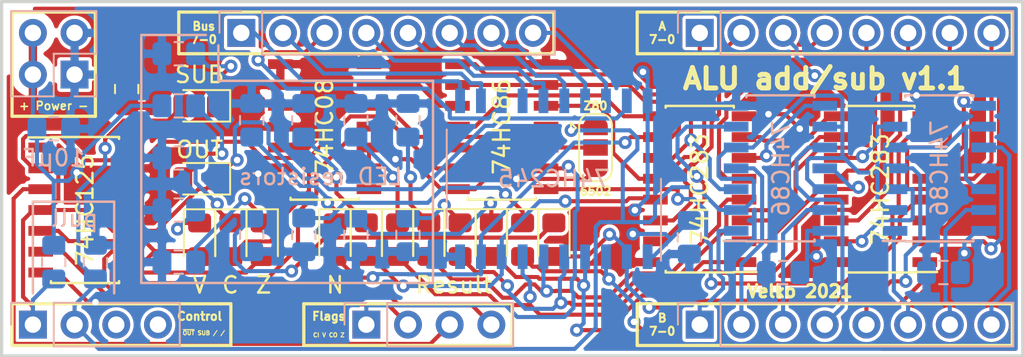
<source format=kicad_pcb>
(kicad_pcb (version 20171130) (host pcbnew 5.0.2+dfsg1-1)
  (layers (0 F.Cu signal) (31 B.Cu signal hide) (34 B.Paste user hide) (35 F.Paste user hide) (36 B.SilkS user hide) (37 F.SilkS user) (38 B.Mask user hide) (39 F.Mask user) (44 Edge.Cuts user))
  (net 0 "")
  (net 1 VCC)
  (net 2 GND)
  (net 3 "Net-(D0-Pad1)")
  (net 4 SUM0)
  (net 5 "Net-(D1-Pad1)")
  (net 6 SUM1)
  (net 7 SUM2)
  (net 8 "Net-(D2-Pad1)")
  (net 9 "Net-(D3-Pad1)")
  (net 10 SUM3)
  (net 11 "Net-(D4-Pad1)")
  (net 12 SUM4)
  (net 13 SUM5)
  (net 14 "Net-(D5-Pad1)")
  (net 15 SUM6)
  (net 16 "Net-(D6-Pad1)")
  (net 17 SUM7)
  (net 18 "Net-(D7-Pad1)")
  (net 19 ~OUT~)
  (net 20 OVFD)
  (net 21 "Net-(D9-Pad1)")
  (net 22 CARRYD)
  (net 23 "Net-(D10-Pad1)")
  (net 24 "Net-(D11-Pad1)")
  (net 25 ADD_SUB)
  (net 26 "Net-(D12-Pad1)")
  (net 27 "Net-(D12-Pad2)")
  (net 28 BUS7)
  (net 29 BUS6)
  (net 30 BUS5)
  (net 31 BUS4)
  (net 32 BUS3)
  (net 33 BUS2)
  (net 34 BUS1)
  (net 35 BUS0)
  (net 36 A0)
  (net 37 A1)
  (net 38 A2)
  (net 39 A3)
  (net 40 A4)
  (net 41 A5)
  (net 42 A6)
  (net 43 A7)
  (net 44 B7)
  (net 45 B6)
  (net 46 B5)
  (net 47 B4)
  (net 48 B3)
  (net 49 B2)
  (net 50 B1)
  (net 51 B0)
  (net 52 "Net-(J4-Pad3)")
  (net 53 "Net-(J4-Pad4)")
  (net 54 ZIN)
  (net 55 COUT)
  (net 56 OOUT)
  (net 57 CIN)
  (net 58 "Net-(U1-Pad9)")
  (net 59 B7I)
  (net 60 "Net-(U5-Pad11)")
  (net 61 "Net-(U6-Pad3)")
  (net 62 "Net-(U8-Pad11)")
  (net 63 /B2I)
  (net 64 /B3I)
  (net 65 /CII)
  (net 66 /B0I)
  (net 67 /B1I)
  (net 68 /B5I)
  (net 69 /B4I)
  (net 70 /CO)
  (net 71 /B6I)
  (net 72 "Net-(U5-Pad3)")
  (net 73 "Net-(JP1-Pad2)")
  (net 74 "Net-(D8-Pad2)")
  (net 75 "Net-(U6-Pad6)")
  (net 76 "Net-(U6-Pad8)")
  (module Capacitor_SMD:C_0805_2012Metric_Pad1.15x1.40mm_HandSolder (layer B.Cu) (at 38.1 43.942)
    (fp_text reference C1 hide)
    (fp_text value 10μF (at 0 1.778) (layer B.SilkS) (effects (justify mirror)))
    (pad 1 smd roundrect (at -1.025 0) (size 1.15 1.4) (layers B.Cu B.Paste B.Mask) (roundrect_rratio 0.217391) (net 1 VCC))
    (pad 2 smd roundrect (at 1.025 0) (size 1.15 1.4) (layers B.Cu B.Paste B.Mask) (roundrect_rratio 0.217391) (net 2 GND))
  )
  (module Capacitor_SMD:C_0805_2012Metric_Pad1.15x1.40mm_HandSolder (layer B.Cu) (at 76.835 50.555 270)
    (fp_text reference C2 hide)
    (fp_text value 100nF)
    (pad 2 smd roundrect (at 1.025 0 270) (size 1.15 1.4) (layers B.Cu B.Paste B.Mask) (roundrect_rratio 0.217391) (net 2 GND))
    (pad 1 smd roundrect (at -1.025 0 270) (size 1.15 1.4) (layers B.Cu B.Paste B.Mask) (roundrect_rratio 0.217391) (net 1 VCC))
  )
  (module Capacitor_SMD:C_0805_2012Metric_Pad1.15x1.40mm_HandSolder (layer F.Cu) (at 42.545 41.52 90)
    (fp_text reference C3 hide)
    (fp_text value 100nF)
    (pad 1 smd roundrect (at -1.025 0 90) (size 1.15 1.4) (layers F.Cu F.Paste F.Mask) (roundrect_rratio 0.217391) (net 1 VCC))
    (pad 2 smd roundrect (at 1.025 0 90) (size 1.15 1.4) (layers F.Cu F.Paste F.Mask) (roundrect_rratio 0.217391) (net 2 GND))
  )
  (module Capacitor_SMD:C_0805_2012Metric_Pad1.15x1.40mm_HandSolder (layer B.Cu) (at 82.55 52.705 180)
    (fp_text reference C4 hide)
    (fp_text value 100nF)
    (pad 2 smd roundrect (at 1.025 0 180) (size 1.15 1.4) (layers B.Cu B.Paste B.Mask) (roundrect_rratio 0.217391) (net 2 GND))
    (pad 1 smd roundrect (at -1.025 0 180) (size 1.15 1.4) (layers B.Cu B.Paste B.Mask) (roundrect_rratio 0.217391) (net 1 VCC))
  )
  (module Capacitor_SMD:C_0805_2012Metric_Pad1.15x1.40mm_HandSolder (layer B.Cu) (at 92.32 52.705 180)
    (fp_text reference C5 hide)
    (fp_text value 100nF)
    (pad 1 smd roundrect (at -1.025 0 180) (size 1.15 1.4) (layers B.Cu B.Paste B.Mask) (roundrect_rratio 0.217391) (net 1 VCC))
    (pad 2 smd roundrect (at 1.025 0 180) (size 1.15 1.4) (layers B.Cu B.Paste B.Mask) (roundrect_rratio 0.217391) (net 2 GND))
  )
  (module LED_SMD:LED_0805_2012Metric_Pad1.15x1.40mm_HandSolder (layer F.Cu) (at 68.58 50.7 270)
    (fp_text reference D0 hide)
    (fp_text value 0)
    (pad 1 smd roundrect (at -1.025 0 270) (size 1.15 1.4) (layers F.Cu F.Paste F.Mask) (roundrect_rratio 0.217391) (net 3 "Net-(D0-Pad1)"))
    (pad 2 smd roundrect (at 1.025 0 270) (size 1.15 1.4) (layers F.Cu F.Paste F.Mask) (roundrect_rratio 0.217391) (net 4 SUM0))
  )
  (module LED_SMD:LED_0805_2012Metric_Pad1.15x1.40mm_HandSolder (layer F.Cu) (at 66.675 50.7 270)
    (fp_text reference D1 hide)
    (fp_text value 1)
    (pad 1 smd roundrect (at -1.025 0 270) (size 1.15 1.4) (layers F.Cu F.Paste F.Mask) (roundrect_rratio 0.217391) (net 5 "Net-(D1-Pad1)"))
    (pad 2 smd roundrect (at 1.025 0 270) (size 1.15 1.4) (layers F.Cu F.Paste F.Mask) (roundrect_rratio 0.217391) (net 6 SUM1))
  )
  (module LED_SMD:LED_0805_2012Metric_Pad1.15x1.40mm_HandSolder (layer F.Cu) (at 64.77 50.7 270)
    (fp_text reference D2 hide)
    (fp_text value 2)
    (pad 2 smd roundrect (at 1.025 0 270) (size 1.15 1.4) (layers F.Cu F.Paste F.Mask) (roundrect_rratio 0.217391) (net 7 SUM2))
    (pad 1 smd roundrect (at -1.025 0 270) (size 1.15 1.4) (layers F.Cu F.Paste F.Mask) (roundrect_rratio 0.217391) (net 8 "Net-(D2-Pad1)"))
  )
  (module LED_SMD:LED_0805_2012Metric_Pad1.15x1.40mm_HandSolder (layer F.Cu) (at 62.865 50.7 270)
    (fp_text reference D3 hide)
    (fp_text value Result (at 2.767 0.381) (layer F.SilkS))
    (pad 1 smd roundrect (at -1.025 0 270) (size 1.15 1.4) (layers F.Cu F.Paste F.Mask) (roundrect_rratio 0.217391) (net 9 "Net-(D3-Pad1)"))
    (pad 2 smd roundrect (at 1.025 0 270) (size 1.15 1.4) (layers F.Cu F.Paste F.Mask) (roundrect_rratio 0.217391) (net 10 SUM3))
  )
  (module LED_SMD:LED_0805_2012Metric_Pad1.15x1.40mm_HandSolder (layer F.Cu) (at 60.96 50.7 270)
    (fp_text reference D4 hide)
    (fp_text value 4)
    (pad 1 smd roundrect (at -1.025 0 270) (size 1.15 1.4) (layers F.Cu F.Paste F.Mask) (roundrect_rratio 0.217391) (net 11 "Net-(D4-Pad1)"))
    (pad 2 smd roundrect (at 1.025 0 270) (size 1.15 1.4) (layers F.Cu F.Paste F.Mask) (roundrect_rratio 0.217391) (net 12 SUM4))
  )
  (module LED_SMD:LED_0805_2012Metric_Pad1.15x1.40mm_HandSolder (layer F.Cu) (at 59.055 50.7 270)
    (fp_text reference D5 hide)
    (fp_text value 5)
    (pad 2 smd roundrect (at 1.025 0 270) (size 1.15 1.4) (layers F.Cu F.Paste F.Mask) (roundrect_rratio 0.217391) (net 13 SUM5))
    (pad 1 smd roundrect (at -1.025 0 270) (size 1.15 1.4) (layers F.Cu F.Paste F.Mask) (roundrect_rratio 0.217391) (net 14 "Net-(D5-Pad1)"))
  )
  (module LED_SMD:LED_0805_2012Metric_Pad1.15x1.40mm_HandSolder (layer F.Cu) (at 57.15 50.7 270)
    (fp_text reference D6 hide)
    (fp_text value 6)
    (pad 2 smd roundrect (at 1.025 0 270) (size 1.15 1.4) (layers F.Cu F.Paste F.Mask) (roundrect_rratio 0.217391) (net 15 SUM6))
    (pad 1 smd roundrect (at -1.025 0 270) (size 1.15 1.4) (layers F.Cu F.Paste F.Mask) (roundrect_rratio 0.217391) (net 16 "Net-(D6-Pad1)"))
  )
  (module LED_SMD:LED_0805_2012Metric_Pad1.15x1.40mm_HandSolder (layer F.Cu) (at 55.245 50.7 270)
    (fp_text reference D7 hide)
    (fp_text value N (at 2.767 0) (layer F.SilkS))
    (pad 2 smd roundrect (at 1.025 0 270) (size 1.15 1.4) (layers F.Cu F.Paste F.Mask) (roundrect_rratio 0.217391) (net 17 SUM7))
    (pad 1 smd roundrect (at -1.025 0 270) (size 1.15 1.4) (layers F.Cu F.Paste F.Mask) (roundrect_rratio 0.217391) (net 18 "Net-(D7-Pad1)"))
  )
  (module LED_SMD:LED_0805_2012Metric_Pad1.15x1.40mm_HandSolder (layer F.Cu) (at 46.99 46.99 180)
    (fp_text reference D8 hide)
    (fp_text value OUT (at 0 1.778) (layer F.SilkS))
    (pad 1 smd roundrect (at -1.025 0 180) (size 1.15 1.4) (layers F.Cu F.Paste F.Mask) (roundrect_rratio 0.217391) (net 19 ~OUT~))
    (pad 2 smd roundrect (at 1.025 0 180) (size 1.15 1.4) (layers F.Cu F.Paste F.Mask) (roundrect_rratio 0.217391) (net 74 "Net-(D8-Pad2)"))
  )
  (module LED_SMD:LED_0805_2012Metric_Pad1.15x1.40mm_HandSolder (layer F.Cu) (at 46.99 50.7093 270)
    (fp_text reference D9 hide)
    (fp_text value V (at 2.757664 0) (layer F.SilkS))
    (pad 2 smd roundrect (at 1.025 0 270) (size 1.15 1.4) (layers F.Cu F.Paste F.Mask) (roundrect_rratio 0.217391) (net 20 OVFD))
    (pad 1 smd roundrect (at -1.025 0 270) (size 1.15 1.4) (layers F.Cu F.Paste F.Mask) (roundrect_rratio 0.217391) (net 21 "Net-(D9-Pad1)"))
  )
  (module LED_SMD:LED_0805_2012Metric_Pad1.15x1.40mm_HandSolder (layer F.Cu) (at 48.895 50.7093 270)
    (fp_text reference D10 hide)
    (fp_text value C (at 2.757664 0.036464) (layer F.SilkS))
    (pad 2 smd roundrect (at 1.025 0 270) (size 1.15 1.4) (layers F.Cu F.Paste F.Mask) (roundrect_rratio 0.217391) (net 22 CARRYD))
    (pad 1 smd roundrect (at -1.025 0 270) (size 1.15 1.4) (layers F.Cu F.Paste F.Mask) (roundrect_rratio 0.217391) (net 23 "Net-(D10-Pad1)"))
  )
  (module LED_SMD:LED_0805_2012Metric_Pad1.15x1.40mm_HandSolder (layer F.Cu) (at 46.99 42.545 180)
    (fp_text reference D11 hide)
    (fp_text value SUB (at 0 1.905 180) (layer F.SilkS))
    (pad 1 smd roundrect (at -1.025 0 180) (size 1.15 1.4) (layers F.Cu F.Paste F.Mask) (roundrect_rratio 0.217391) (net 24 "Net-(D11-Pad1)"))
    (pad 2 smd roundrect (at 1.025 0 180) (size 1.15 1.4) (layers F.Cu F.Paste F.Mask) (roundrect_rratio 0.217391) (net 25 ADD_SUB))
  )
  (module LED_SMD:LED_0805_2012Metric_Pad1.15x1.40mm_HandSolder (layer F.Cu) (at 50.8 50.7093 270)
    (fp_text reference D12 hide)
    (fp_text value Z (at 2.757664 -0.090536) (layer F.SilkS))
    (pad 1 smd roundrect (at -1.025 0 270) (size 1.15 1.4) (layers F.Cu F.Paste F.Mask) (roundrect_rratio 0.217391) (net 26 "Net-(D12-Pad1)"))
    (pad 2 smd roundrect (at 1.025 0 270) (size 1.15 1.4) (layers F.Cu F.Paste F.Mask) (roundrect_rratio 0.217391) (net 27 "Net-(D12-Pad2)"))
  )
  (module Connector_PinHeader_2.54mm:PinHeader_1x08_P2.54mm_Vertical (layer B.Cu) (at 49.53 38.1 270)
    (fp_text reference J1 hide)
    (fp_text value BUS)
    (pad 1 thru_hole rect (at 0 0 270) (size 1.7 1.7) (drill 1) (layers *.Cu *.Mask) (net 28 BUS7))
    (pad 2 thru_hole oval (at 0 -2.54 270) (size 1.7 1.7) (drill 1) (layers *.Cu *.Mask) (net 29 BUS6))
    (pad 3 thru_hole oval (at 0 -5.08 270) (size 1.7 1.7) (drill 1) (layers *.Cu *.Mask) (net 30 BUS5))
    (pad 4 thru_hole oval (at 0 -7.62 270) (size 1.7 1.7) (drill 1) (layers *.Cu *.Mask) (net 31 BUS4))
    (pad 5 thru_hole oval (at 0 -10.16 270) (size 1.7 1.7) (drill 1) (layers *.Cu *.Mask) (net 32 BUS3))
    (pad 6 thru_hole oval (at 0 -12.7 270) (size 1.7 1.7) (drill 1) (layers *.Cu *.Mask) (net 33 BUS2))
    (pad 7 thru_hole oval (at 0 -15.24 270) (size 1.7 1.7) (drill 1) (layers *.Cu *.Mask) (net 34 BUS1))
    (pad 8 thru_hole oval (at 0 -17.78 270) (size 1.7 1.7) (drill 1) (layers *.Cu *.Mask) (net 35 BUS0))
  )
  (module Connector_PinHeader_2.54mm:PinHeader_1x08_P2.54mm_Vertical (layer B.Cu) (at 77.47 38.1 270)
    (fp_text reference J2 hide)
    (fp_text value "Input A")
    (pad 8 thru_hole oval (at 0 -17.78 270) (size 1.7 1.7) (drill 1) (layers *.Cu *.Mask) (net 36 A0))
    (pad 7 thru_hole oval (at 0 -15.24 270) (size 1.7 1.7) (drill 1) (layers *.Cu *.Mask) (net 37 A1))
    (pad 6 thru_hole oval (at 0 -12.7 270) (size 1.7 1.7) (drill 1) (layers *.Cu *.Mask) (net 38 A2))
    (pad 5 thru_hole oval (at 0 -10.16 270) (size 1.7 1.7) (drill 1) (layers *.Cu *.Mask) (net 39 A3))
    (pad 4 thru_hole oval (at 0 -7.62 270) (size 1.7 1.7) (drill 1) (layers *.Cu *.Mask) (net 40 A4))
    (pad 3 thru_hole oval (at 0 -5.08 270) (size 1.7 1.7) (drill 1) (layers *.Cu *.Mask) (net 41 A5))
    (pad 2 thru_hole oval (at 0 -2.54 270) (size 1.7 1.7) (drill 1) (layers *.Cu *.Mask) (net 42 A6))
    (pad 1 thru_hole rect (at 0 0 270) (size 1.7 1.7) (drill 1) (layers *.Cu *.Mask) (net 43 A7))
  )
  (module Connector_PinHeader_2.54mm:PinHeader_1x08_P2.54mm_Vertical (layer B.Cu) (at 77.47 55.88 270)
    (fp_text reference J3 hide)
    (fp_text value "Input B")
    (pad 1 thru_hole rect (at 0 0 270) (size 1.7 1.7) (drill 1) (layers *.Cu *.Mask) (net 44 B7))
    (pad 2 thru_hole oval (at 0 -2.54 270) (size 1.7 1.7) (drill 1) (layers *.Cu *.Mask) (net 45 B6))
    (pad 3 thru_hole oval (at 0 -5.08 270) (size 1.7 1.7) (drill 1) (layers *.Cu *.Mask) (net 46 B5))
    (pad 4 thru_hole oval (at 0 -7.62 270) (size 1.7 1.7) (drill 1) (layers *.Cu *.Mask) (net 47 B4))
    (pad 5 thru_hole oval (at 0 -10.16 270) (size 1.7 1.7) (drill 1) (layers *.Cu *.Mask) (net 48 B3))
    (pad 6 thru_hole oval (at 0 -12.7 270) (size 1.7 1.7) (drill 1) (layers *.Cu *.Mask) (net 49 B2))
    (pad 7 thru_hole oval (at 0 -15.24 270) (size 1.7 1.7) (drill 1) (layers *.Cu *.Mask) (net 50 B1))
    (pad 8 thru_hole oval (at 0 -17.78 270) (size 1.7 1.7) (drill 1) (layers *.Cu *.Mask) (net 51 B0))
  )
  (module Connector_PinHeader_2.54mm:PinHeader_1x04_P2.54mm_Vertical (layer B.Cu) (at 36.83 55.88 270)
    (fp_text reference J4 hide)
    (fp_text value Control)
    (pad 1 thru_hole rect (at 0 0 270) (size 1.7 1.7) (drill 1) (layers *.Cu *.Mask) (net 19 ~OUT~))
    (pad 2 thru_hole oval (at 0 -2.54 270) (size 1.7 1.7) (drill 1) (layers *.Cu *.Mask) (net 25 ADD_SUB))
    (pad 3 thru_hole oval (at 0 -5.08 270) (size 1.7 1.7) (drill 1) (layers *.Cu *.Mask) (net 52 "Net-(J4-Pad3)"))
    (pad 4 thru_hole oval (at 0 -7.62 270) (size 1.7 1.7) (drill 1) (layers *.Cu *.Mask) (net 53 "Net-(J4-Pad4)"))
  )
  (module Connector_PinHeader_2.54mm:PinHeader_1x04_P2.54mm_Vertical (layer B.Cu) (at 57.15 55.88 270)
    (fp_text reference J5 hide)
    (fp_text value Flags)
    (pad 4 thru_hole oval (at 0 -7.62 270) (size 1.7 1.7) (drill 1) (layers *.Cu *.Mask) (net 54 ZIN))
    (pad 3 thru_hole oval (at 0 -5.08 270) (size 1.7 1.7) (drill 1) (layers *.Cu *.Mask) (net 55 COUT))
    (pad 2 thru_hole oval (at 0 -2.54 270) (size 1.7 1.7) (drill 1) (layers *.Cu *.Mask) (net 56 OOUT))
    (pad 1 thru_hole rect (at 0 0 270) (size 1.7 1.7) (drill 1) (layers *.Cu *.Mask) (net 57 CIN))
  )
  (module Resistor_SMD:R_0805_2012Metric_Pad1.15x1.40mm_HandSolder (layer B.Cu) (at 50.165 50.41 90)
    (fp_text reference R0 hide)
    (fp_text value 330)
    (pad 1 smd roundrect (at -1.025 0 90) (size 1.15 1.4) (layers B.Cu B.Paste B.Mask) (roundrect_rratio 0.217391) (net 2 GND))
    (pad 2 smd roundrect (at 1.025 0 90) (size 1.15 1.4) (layers B.Cu B.Paste B.Mask) (roundrect_rratio 0.217391) (net 3 "Net-(D0-Pad1)"))
  )
  (module Resistor_SMD:R_0805_2012Metric_Pad1.15x1.40mm_HandSolder (layer B.Cu) (at 53.34 50.41 90)
    (fp_text reference R1 hide)
    (fp_text value 330)
    (pad 2 smd roundrect (at 1.025 0 90) (size 1.15 1.4) (layers B.Cu B.Paste B.Mask) (roundrect_rratio 0.217391) (net 5 "Net-(D1-Pad1)"))
    (pad 1 smd roundrect (at -1.025 0 90) (size 1.15 1.4) (layers B.Cu B.Paste B.Mask) (roundrect_rratio 0.217391) (net 2 GND))
  )
  (module Resistor_SMD:R_0805_2012Metric_Pad1.15x1.40mm_HandSolder (layer B.Cu) (at 56.515 50.41 90)
    (fp_text reference R2 hide)
    (fp_text value 330)
    (pad 1 smd roundrect (at -1.025 0 90) (size 1.15 1.4) (layers B.Cu B.Paste B.Mask) (roundrect_rratio 0.217391) (net 2 GND))
    (pad 2 smd roundrect (at 1.025 0 90) (size 1.15 1.4) (layers B.Cu B.Paste B.Mask) (roundrect_rratio 0.217391) (net 8 "Net-(D2-Pad1)"))
  )
  (module Resistor_SMD:R_0805_2012Metric_Pad1.15x1.40mm_HandSolder (layer B.Cu) (at 59.69 50.41 90)
    (fp_text reference R3 hide)
    (fp_text value 330)
    (pad 2 smd roundrect (at 1.025 0 90) (size 1.15 1.4) (layers B.Cu B.Paste B.Mask) (roundrect_rratio 0.217391) (net 9 "Net-(D3-Pad1)"))
    (pad 1 smd roundrect (at -1.025 0 90) (size 1.15 1.4) (layers B.Cu B.Paste B.Mask) (roundrect_rratio 0.217391) (net 2 GND))
  )
  (module Resistor_SMD:R_0805_2012Metric_Pad1.15x1.40mm_HandSolder (layer B.Cu) (at 59.69 43.425 270)
    (fp_text reference R4 hide)
    (fp_text value 330)
    (pad 1 smd roundrect (at -1.025 0 270) (size 1.15 1.4) (layers B.Cu B.Paste B.Mask) (roundrect_rratio 0.217391) (net 2 GND))
    (pad 2 smd roundrect (at 1.025 0 270) (size 1.15 1.4) (layers B.Cu B.Paste B.Mask) (roundrect_rratio 0.217391) (net 11 "Net-(D4-Pad1)"))
  )
  (module Resistor_SMD:R_0805_2012Metric_Pad1.15x1.40mm_HandSolder (layer B.Cu) (at 56.515 43.425 270)
    (fp_text reference R5 hide)
    (fp_text value 330)
    (pad 2 smd roundrect (at 1.025 0 270) (size 1.15 1.4) (layers B.Cu B.Paste B.Mask) (roundrect_rratio 0.217391) (net 14 "Net-(D5-Pad1)"))
    (pad 1 smd roundrect (at -1.025 0 270) (size 1.15 1.4) (layers B.Cu B.Paste B.Mask) (roundrect_rratio 0.217391) (net 2 GND))
  )
  (module Resistor_SMD:R_0805_2012Metric_Pad1.15x1.40mm_HandSolder (layer B.Cu) (at 53.34 43.425 270)
    (fp_text reference R6 hide)
    (fp_text value 330)
    (pad 1 smd roundrect (at -1.025 0 270) (size 1.15 1.4) (layers B.Cu B.Paste B.Mask) (roundrect_rratio 0.217391) (net 2 GND))
    (pad 2 smd roundrect (at 1.025 0 270) (size 1.15 1.4) (layers B.Cu B.Paste B.Mask) (roundrect_rratio 0.217391) (net 16 "Net-(D6-Pad1)"))
  )
  (module Resistor_SMD:R_0805_2012Metric_Pad1.15x1.40mm_HandSolder (layer B.Cu) (at 50.165 43.425 270)
    (fp_text reference R7 hide)
    (fp_text value 330)
    (pad 1 smd roundrect (at -1.025 0 270) (size 1.15 1.4) (layers B.Cu B.Paste B.Mask) (roundrect_rratio 0.217391) (net 2 GND))
    (pad 2 smd roundrect (at 1.025 0 270) (size 1.15 1.4) (layers B.Cu B.Paste B.Mask) (roundrect_rratio 0.217391) (net 18 "Net-(D7-Pad1)"))
  )
  (module Resistor_SMD:R_0805_2012Metric_Pad1.15x1.40mm_HandSolder (layer B.Cu) (at 45.72 42.545)
    (fp_text reference R8 hide)
    (fp_text value 330)
    (pad 2 smd roundrect (at 1.025 0) (size 1.15 1.4) (layers B.Cu B.Paste B.Mask) (roundrect_rratio 0.217391) (net 74 "Net-(D8-Pad2)"))
    (pad 1 smd roundrect (at -1.025 0) (size 1.15 1.4) (layers B.Cu B.Paste B.Mask) (roundrect_rratio 0.217391) (net 1 VCC))
  )
  (module Resistor_SMD:R_0805_2012Metric_Pad1.15x1.40mm_HandSolder (layer B.Cu) (at 45.72 48.895)
    (fp_text reference R9 hide)
    (fp_text value 330)
    (pad 2 smd roundrect (at 1.025 0) (size 1.15 1.4) (layers B.Cu B.Paste B.Mask) (roundrect_rratio 0.217391) (net 21 "Net-(D9-Pad1)"))
    (pad 1 smd roundrect (at -1.025 0) (size 1.15 1.4) (layers B.Cu B.Paste B.Mask) (roundrect_rratio 0.217391) (net 2 GND))
  )
  (module Resistor_SMD:R_0805_2012Metric_Pad1.15x1.40mm_HandSolder (layer B.Cu) (at 45.72 45.72)
    (fp_text reference R10 hide)
    (fp_text value 330)
    (pad 1 smd roundrect (at -1.025 0) (size 1.15 1.4) (layers B.Cu B.Paste B.Mask) (roundrect_rratio 0.217391) (net 2 GND))
    (pad 2 smd roundrect (at 1.025 0) (size 1.15 1.4) (layers B.Cu B.Paste B.Mask) (roundrect_rratio 0.217391) (net 23 "Net-(D10-Pad1)"))
  )
  (module Resistor_SMD:R_0805_2012Metric_Pad1.15x1.40mm_HandSolder (layer B.Cu) (at 45.72 39.37)
    (fp_text reference R11 hide)
    (fp_text value 330)
    (pad 1 smd roundrect (at -1.025 0) (size 1.15 1.4) (layers B.Cu B.Paste B.Mask) (roundrect_rratio 0.217391) (net 2 GND))
    (pad 2 smd roundrect (at 1.025 0) (size 1.15 1.4) (layers B.Cu B.Paste B.Mask) (roundrect_rratio 0.217391) (net 24 "Net-(D11-Pad1)"))
  )
  (module Resistor_SMD:R_0805_2012Metric_Pad1.15x1.40mm_HandSolder (layer B.Cu) (at 38.1 52.07 90)
    (fp_text reference R12 hide)
    (fp_text value 10K)
    (pad 2 smd roundrect (at 1.025 0 90) (size 1.15 1.4) (layers B.Cu B.Paste B.Mask) (roundrect_rratio 0.217391) (net 1 VCC))
    (pad 1 smd roundrect (at -1.025 0 90) (size 1.15 1.4) (layers B.Cu B.Paste B.Mask) (roundrect_rratio 0.217391) (net 19 ~OUT~))
  )
  (module Resistor_SMD:R_0805_2012Metric_Pad1.15x1.40mm_HandSolder (layer B.Cu) (at 40.64 52.07 270)
    (fp_text reference R13 hide)
    (fp_text value 10K)
    (pad 1 smd roundrect (at -1.025 0 270) (size 1.15 1.4) (layers B.Cu B.Paste B.Mask) (roundrect_rratio 0.217391) (net 2 GND))
    (pad 2 smd roundrect (at 1.025 0 270) (size 1.15 1.4) (layers B.Cu B.Paste B.Mask) (roundrect_rratio 0.217391) (net 25 ADD_SUB))
  )
  (module Resistor_SMD:R_0805_2012Metric_Pad1.15x1.40mm_HandSolder (layer B.Cu) (at 45.72 52.07)
    (fp_text reference R14 hide)
    (fp_text value 330)
    (pad 2 smd roundrect (at 1.025 0) (size 1.15 1.4) (layers B.Cu B.Paste B.Mask) (roundrect_rratio 0.217391) (net 26 "Net-(D12-Pad1)"))
    (pad 1 smd roundrect (at -1.025 0) (size 1.15 1.4) (layers B.Cu B.Paste B.Mask) (roundrect_rratio 0.217391) (net 2 GND))
  )
  (module Package_SO:SOIC-14_3.9x8.7mm_P1.27mm (layer B.Cu) (at 92.075 46.355)
    (fp_text reference U3)
    (fp_text value 74HC86 (at 0 0 90) (layer B.SilkS) (effects (justify mirror)))
    (pad 14 smd rect (at 2.7 3.81) (size 1.5 0.6) (layers B.Cu B.Paste B.Mask) (net 1 VCC))
    (pad 13 smd rect (at 2.7 2.54) (size 1.5 0.6) (layers B.Cu B.Paste B.Mask) (net 50 B1))
    (pad 12 smd rect (at 2.7 1.27) (size 1.5 0.6) (layers B.Cu B.Paste B.Mask) (net 25 ADD_SUB))
    (pad 11 smd rect (at 2.7 0) (size 1.5 0.6) (layers B.Cu B.Paste B.Mask) (net 67 /B1I))
    (pad 10 smd rect (at 2.7 -1.27) (size 1.5 0.6) (layers B.Cu B.Paste B.Mask) (net 51 B0))
    (pad 9 smd rect (at 2.7 -2.54) (size 1.5 0.6) (layers B.Cu B.Paste B.Mask) (net 25 ADD_SUB))
    (pad 8 smd rect (at 2.7 -3.81) (size 1.5 0.6) (layers B.Cu B.Paste B.Mask) (net 66 /B0I))
    (pad 7 smd rect (at -2.7 -3.81) (size 1.5 0.6) (layers B.Cu B.Paste B.Mask) (net 2 GND))
    (pad 6 smd rect (at -2.7 -2.54) (size 1.5 0.6) (layers B.Cu B.Paste B.Mask) (net 64 /B3I))
    (pad 5 smd rect (at -2.7 -1.27) (size 1.5 0.6) (layers B.Cu B.Paste B.Mask) (net 25 ADD_SUB))
    (pad 4 smd rect (at -2.7 0) (size 1.5 0.6) (layers B.Cu B.Paste B.Mask) (net 48 B3))
    (pad 3 smd rect (at -2.7 1.27) (size 1.5 0.6) (layers B.Cu B.Paste B.Mask) (net 63 /B2I))
    (pad 2 smd rect (at -2.7 2.54) (size 1.5 0.6) (layers B.Cu B.Paste B.Mask) (net 25 ADD_SUB))
    (pad 1 smd rect (at -2.7 3.81) (size 1.5 0.6) (layers B.Cu B.Paste B.Mask) (net 49 B2))
  )
  (module Package_SO:SOIC-14_3.9x8.7mm_P1.27mm (layer B.Cu) (at 82.39 46.355)
    (fp_text reference U4)
    (fp_text value 74HC86 (at 0.033 0 90) (layer B.SilkS) (effects (justify mirror)))
    (pad 1 smd rect (at -2.7 3.81) (size 1.5 0.6) (layers B.Cu B.Paste B.Mask) (net 44 B7))
    (pad 2 smd rect (at -2.7 2.54) (size 1.5 0.6) (layers B.Cu B.Paste B.Mask) (net 25 ADD_SUB))
    (pad 3 smd rect (at -2.7 1.27) (size 1.5 0.6) (layers B.Cu B.Paste B.Mask) (net 59 B7I))
    (pad 4 smd rect (at -2.7 0) (size 1.5 0.6) (layers B.Cu B.Paste B.Mask) (net 45 B6))
    (pad 5 smd rect (at -2.7 -1.27) (size 1.5 0.6) (layers B.Cu B.Paste B.Mask) (net 25 ADD_SUB))
    (pad 6 smd rect (at -2.7 -2.54) (size 1.5 0.6) (layers B.Cu B.Paste B.Mask) (net 71 /B6I))
    (pad 7 smd rect (at -2.7 -3.81) (size 1.5 0.6) (layers B.Cu B.Paste B.Mask) (net 2 GND))
    (pad 8 smd rect (at 2.7 -3.81) (size 1.5 0.6) (layers B.Cu B.Paste B.Mask) (net 69 /B4I))
    (pad 9 smd rect (at 2.7 -2.54) (size 1.5 0.6) (layers B.Cu B.Paste B.Mask) (net 25 ADD_SUB))
    (pad 10 smd rect (at 2.7 -1.27) (size 1.5 0.6) (layers B.Cu B.Paste B.Mask) (net 47 B4))
    (pad 11 smd rect (at 2.7 0) (size 1.5 0.6) (layers B.Cu B.Paste B.Mask) (net 68 /B5I))
    (pad 12 smd rect (at 2.7 1.27) (size 1.5 0.6) (layers B.Cu B.Paste B.Mask) (net 25 ADD_SUB))
    (pad 13 smd rect (at 2.7 2.54) (size 1.5 0.6) (layers B.Cu B.Paste B.Mask) (net 46 B5))
    (pad 14 smd rect (at 2.7 3.81) (size 1.5 0.6) (layers B.Cu B.Paste B.Mask) (net 1 VCC))
  )
  (module Package_SO:SOIC-14_3.9x8.7mm_P1.27mm (layer F.Cu) (at 65.405 43.815)
    (fp_text reference U5)
    (fp_text value 74HC86 (at 0 0 90) (layer F.SilkS))
    (pad 1 smd rect (at -2.7 -3.81) (size 1.5 0.6) (layers F.Cu F.Paste F.Mask) (net 59 B7I))
    (pad 2 smd rect (at -2.7 -2.54) (size 1.5 0.6) (layers F.Cu F.Paste F.Mask) (net 17 SUM7))
    (pad 3 smd rect (at -2.7 -1.27) (size 1.5 0.6) (layers F.Cu F.Paste F.Mask) (net 72 "Net-(U5-Pad3)"))
    (pad 4 smd rect (at -2.7 0) (size 1.5 0.6) (layers F.Cu F.Paste F.Mask) (net 70 /CO))
    (pad 5 smd rect (at -2.7 1.27) (size 1.5 0.6) (layers F.Cu F.Paste F.Mask) (net 73 "Net-(JP1-Pad2)"))
    (pad 6 smd rect (at -2.7 2.54) (size 1.5 0.6) (layers F.Cu F.Paste F.Mask) (net 22 CARRYD))
    (pad 7 smd rect (at -2.7 3.81) (size 1.5 0.6) (layers F.Cu F.Paste F.Mask) (net 2 GND))
    (pad 8 smd rect (at 2.7 3.81) (size 1.5 0.6) (layers F.Cu F.Paste F.Mask) (net 65 /CII))
    (pad 9 smd rect (at 2.7 2.54) (size 1.5 0.6) (layers F.Cu F.Paste F.Mask) (net 57 CIN))
    (pad 10 smd rect (at 2.7 1.27) (size 1.5 0.6) (layers F.Cu F.Paste F.Mask) (net 73 "Net-(JP1-Pad2)"))
    (pad 11 smd rect (at 2.7 0) (size 1.5 0.6) (layers F.Cu F.Paste F.Mask) (net 60 "Net-(U5-Pad11)"))
    (pad 12 smd rect (at 2.7 -1.27) (size 1.5 0.6) (layers F.Cu F.Paste F.Mask) (net 43 A7))
    (pad 13 smd rect (at 2.7 -2.54) (size 1.5 0.6) (layers F.Cu F.Paste F.Mask) (net 17 SUM7))
    (pad 14 smd rect (at 2.7 -3.81) (size 1.5 0.6) (layers F.Cu F.Paste F.Mask) (net 1 VCC))
  )
  (module Package_SO:SOIC-14_3.9x8.7mm_P1.27mm (layer F.Cu) (at 54.61 43.815)
    (fp_text reference U6)
    (fp_text value 74HC08 (at 0 0 90) (layer F.SilkS))
    (pad 14 smd rect (at 2.7 -3.81) (size 1.5 0.6) (layers F.Cu F.Paste F.Mask) (net 1 VCC))
    (pad 13 smd rect (at 2.7 -2.54) (size 1.5 0.6) (layers F.Cu F.Paste F.Mask) (net 72 "Net-(U5-Pad3)"))
    (pad 12 smd rect (at 2.7 -1.27) (size 1.5 0.6) (layers F.Cu F.Paste F.Mask) (net 60 "Net-(U5-Pad11)"))
    (pad 11 smd rect (at 2.7 0) (size 1.5 0.6) (layers F.Cu F.Paste F.Mask) (net 20 OVFD))
    (pad 10 smd rect (at 2.7 1.27) (size 1.5 0.6) (layers F.Cu F.Paste F.Mask) (net 2 GND))
    (pad 9 smd rect (at 2.7 2.54) (size 1.5 0.6) (layers F.Cu F.Paste F.Mask) (net 2 GND))
    (pad 8 smd rect (at 2.7 3.81) (size 1.5 0.6) (layers F.Cu F.Paste F.Mask) (net 76 "Net-(U6-Pad8)"))
    (pad 7 smd rect (at -2.7 3.81) (size 1.5 0.6) (layers F.Cu F.Paste F.Mask) (net 2 GND))
    (pad 6 smd rect (at -2.7 2.54) (size 1.5 0.6) (layers F.Cu F.Paste F.Mask) (net 75 "Net-(U6-Pad6)"))
    (pad 5 smd rect (at -2.7 1.27) (size 1.5 0.6) (layers F.Cu F.Paste F.Mask) (net 1 VCC))
    (pad 4 smd rect (at -2.7 0) (size 1.5 0.6) (layers F.Cu F.Paste F.Mask) (net 1 VCC))
    (pad 3 smd rect (at -2.7 -1.27) (size 1.5 0.6) (layers F.Cu F.Paste F.Mask) (net 61 "Net-(U6-Pad3)"))
    (pad 2 smd rect (at -2.7 -2.54) (size 1.5 0.6) (layers F.Cu F.Paste F.Mask) (net 1 VCC))
    (pad 1 smd rect (at -2.7 -3.81) (size 1.5 0.6) (layers F.Cu F.Paste F.Mask) (net 1 VCC))
  )
  (module Package_SO:SO-20_12.8x7.5mm_P1.27mm (layer B.Cu) (at 68.58 46.99 90)
    (fp_text reference U7)
    (fp_text value 74HC245 (at 0 0 180) (layer B.SilkS) (effects (justify mirror)))
    (pad 6 smd rect (at -4.75 -0.635 90) (size 1.5 0.6) (layers B.Cu B.Paste B.Mask) (net 12 SUM4))
    (pad 5 smd rect (at -4.75 0.635 90) (size 1.5 0.6) (layers B.Cu B.Paste B.Mask) (net 10 SUM3))
    (pad 4 smd rect (at -4.75 1.905 90) (size 1.5 0.6) (layers B.Cu B.Paste B.Mask) (net 7 SUM2))
    (pad 3 smd rect (at -4.75 3.175 90) (size 1.5 0.6) (layers B.Cu B.Paste B.Mask) (net 6 SUM1))
    (pad 2 smd rect (at -4.75 4.445 90) (size 1.5 0.6) (layers B.Cu B.Paste B.Mask) (net 4 SUM0))
    (pad 1 smd rect (at -4.75 5.715 90) (size 1.5 0.6) (layers B.Cu B.Paste B.Mask) (net 1 VCC))
    (pad 7 smd rect (at -4.75 -1.905 90) (size 1.5 0.6) (layers B.Cu B.Paste B.Mask) (net 13 SUM5))
    (pad 8 smd rect (at -4.75 -3.175 90) (size 1.5 0.6) (layers B.Cu B.Paste B.Mask) (net 15 SUM6))
    (pad 9 smd rect (at -4.75 -4.445 90) (size 1.5 0.6) (layers B.Cu B.Paste B.Mask) (net 17 SUM7))
    (pad 10 smd rect (at -4.75 -5.715 90) (size 1.5 0.6) (layers B.Cu B.Paste B.Mask) (net 2 GND))
    (pad 11 smd rect (at 4.75 -5.715 90) (size 1.5 0.6) (layers B.Cu B.Paste B.Mask) (net 28 BUS7))
    (pad 12 smd rect (at 4.75 -4.445 90) (size 1.5 0.6) (layers B.Cu B.Paste B.Mask) (net 29 BUS6))
    (pad 13 smd rect (at 4.75 -3.175 90) (size 1.5 0.6) (layers B.Cu B.Paste B.Mask) (net 30 BUS5))
    (pad 14 smd rect (at 4.75 -1.905 90) (size 1.5 0.6) (layers B.Cu B.Paste B.Mask) (net 31 BUS4))
    (pad 15 smd rect (at 4.75 -0.635 90) (size 1.5 0.6) (layers B.Cu B.Paste B.Mask) (net 32 BUS3))
    (pad 16 smd rect (at 4.75 0.635 90) (size 1.5 0.6) (layers B.Cu B.Paste B.Mask) (net 33 BUS2))
    (pad 17 smd rect (at 4.75 1.905 90) (size 1.5 0.6) (layers B.Cu B.Paste B.Mask) (net 34 BUS1))
    (pad 18 smd rect (at 4.75 3.175 90) (size 1.5 0.6) (layers B.Cu B.Paste B.Mask) (net 35 BUS0))
    (pad 19 smd rect (at 4.75 4.445 90) (size 1.5 0.6) (layers B.Cu B.Paste B.Mask) (net 19 ~OUT~))
    (pad 20 smd rect (at 4.75 5.715 90) (size 1.5 0.6) (layers B.Cu B.Paste B.Mask) (net 1 VCC))
  )
  (module Package_SO:SOIC-14_3.9x8.7mm_P1.27mm (layer F.Cu) (at 40.005 48.895)
    (fp_text reference U8)
    (fp_text value 74HC125 (at 0 0 90) (layer F.SilkS))
    (pad 1 smd rect (at -2.7 -3.81) (size 1.5 0.6) (layers F.Cu F.Paste F.Mask) (net 19 ~OUT~))
    (pad 2 smd rect (at -2.7 -2.54) (size 1.5 0.6) (layers F.Cu F.Paste F.Mask) (net 22 CARRYD))
    (pad 3 smd rect (at -2.7 -1.27) (size 1.5 0.6) (layers F.Cu F.Paste F.Mask) (net 55 COUT))
    (pad 4 smd rect (at -2.7 0) (size 1.5 0.6) (layers F.Cu F.Paste F.Mask) (net 19 ~OUT~))
    (pad 5 smd rect (at -2.7 1.27) (size 1.5 0.6) (layers F.Cu F.Paste F.Mask) (net 20 OVFD))
    (pad 6 smd rect (at -2.7 2.54) (size 1.5 0.6) (layers F.Cu F.Paste F.Mask) (net 56 OOUT))
    (pad 7 smd rect (at -2.7 3.81) (size 1.5 0.6) (layers F.Cu F.Paste F.Mask) (net 2 GND))
    (pad 8 smd rect (at 2.7 3.81) (size 1.5 0.6) (layers F.Cu F.Paste F.Mask) (net 27 "Net-(D12-Pad2)"))
    (pad 9 smd rect (at 2.7 2.54) (size 1.5 0.6) (layers F.Cu F.Paste F.Mask) (net 54 ZIN))
    (pad 10 smd rect (at 2.7 1.27) (size 1.5 0.6) (layers F.Cu F.Paste F.Mask) (net 19 ~OUT~))
    (pad 11 smd rect (at 2.7 0) (size 1.5 0.6) (layers F.Cu F.Paste F.Mask) (net 62 "Net-(U8-Pad11)"))
    (pad 12 smd rect (at 2.7 -1.27) (size 1.5 0.6) (layers F.Cu F.Paste F.Mask) (net 1 VCC))
    (pad 13 smd rect (at 2.7 -2.54) (size 1.5 0.6) (layers F.Cu F.Paste F.Mask) (net 1 VCC))
    (pad 14 smd rect (at 2.7 -3.81) (size 1.5 0.6) (layers F.Cu F.Paste F.Mask) (net 1 VCC))
  )
  (module Connector_PinHeader_2.54mm:PinHeader_2x02_P2.54mm_Vertical (layer B.Cu) (at 39.37 40.64 90)
    (fp_text reference J6 hide)
    (fp_text value Power)
    (pad 1 thru_hole rect (at 0 0 90) (size 1.7 1.7) (drill 1) (layers *.Cu *.Mask) (net 2 GND))
    (pad 2 thru_hole oval (at 2.54 0 90) (size 1.7 1.7) (drill 1) (layers *.Cu *.Mask) (net 2 GND))
    (pad 3 thru_hole oval (at 0 -2.54 90) (size 1.7 1.7) (drill 1) (layers *.Cu *.Mask) (net 1 VCC))
    (pad 4 thru_hole oval (at 2.54 -2.54 90) (size 1.7 1.7) (drill 1) (layers *.Cu *.Mask) (net 1 VCC))
  )
  (module Jumper:SolderJumper-3_P1.3mm_Open_RoundedPad1.0x1.5mm (layer F.Cu) (at 71.12 45.085 270)
    (fp_text reference JP1)
    (fp_text value SolderJumper_3_Open)
    (pad 1 smd custom (at -1.3 0 270) (size 1 0.5) (layers F.Cu F.Mask) (net 25 ADD_SUB) (options (clearance outline) (anchor rect)) (primitives (gr_circle (center 0 0.25) (end 0.5 0.25) (width 0)) (gr_circle (center 0 -0.25) (end 0.5 -0.25) (width 0)) (gr_poly (pts (xy 0.55 -0.75) (xy 0 -0.75) (xy 0 0.75) (xy 0.55 0.75)) (width 0))))
    (pad 3 smd custom (at 1.3 0 270) (size 1 0.5) (layers F.Cu F.Mask) (net 2 GND) (options (clearance outline) (anchor rect)) (primitives (gr_circle (center 0 0.25) (end 0.5 0.25) (width 0)) (gr_circle (center 0 -0.25) (end 0.5 -0.25) (width 0)) (gr_poly (pts (xy -0.55 -0.75) (xy 0 -0.75) (xy 0 0.75) (xy -0.55 0.75)) (width 0))))
    (pad 2 smd rect (at 0 0 270) (size 1 1.5) (layers F.Cu F.Mask) (net 73 "Net-(JP1-Pad2)"))
  )
  (module Package_SO:SOIC-16_3.9x9.9mm_P1.27mm (layer F.Cu) (at 88.486 47.625 180)
    (fp_text reference U1)
    (fp_text value 74HC283 (at 0 0 270) (layer F.SilkS))
    (pad 1 smd rect (at -2.7 -4.445 180) (size 1.5 0.6) (layers F.Cu F.Paste F.Mask) (net 6 SUM1))
    (pad 2 smd rect (at -2.7 -3.175 180) (size 1.5 0.6) (layers F.Cu F.Paste F.Mask) (net 67 /B1I))
    (pad 3 smd rect (at -2.7 -1.905 180) (size 1.5 0.6) (layers F.Cu F.Paste F.Mask) (net 37 A1))
    (pad 4 smd rect (at -2.7 -0.635 180) (size 1.5 0.6) (layers F.Cu F.Paste F.Mask) (net 4 SUM0))
    (pad 5 smd rect (at -2.7 0.635 180) (size 1.5 0.6) (layers F.Cu F.Paste F.Mask) (net 36 A0))
    (pad 6 smd rect (at -2.7 1.905 180) (size 1.5 0.6) (layers F.Cu F.Paste F.Mask) (net 66 /B0I))
    (pad 7 smd rect (at -2.7 3.175 180) (size 1.5 0.6) (layers F.Cu F.Paste F.Mask) (net 65 /CII))
    (pad 8 smd rect (at -2.7 4.445 180) (size 1.5 0.6) (layers F.Cu F.Paste F.Mask) (net 2 GND))
    (pad 9 smd rect (at 2.7 4.445 180) (size 1.5 0.6) (layers F.Cu F.Paste F.Mask) (net 58 "Net-(U1-Pad9)"))
    (pad 10 smd rect (at 2.7 3.175 180) (size 1.5 0.6) (layers F.Cu F.Paste F.Mask) (net 10 SUM3))
    (pad 11 smd rect (at 2.7 1.905 180) (size 1.5 0.6) (layers F.Cu F.Paste F.Mask) (net 64 /B3I))
    (pad 12 smd rect (at 2.7 0.635 180) (size 1.5 0.6) (layers F.Cu F.Paste F.Mask) (net 39 A3))
    (pad 13 smd rect (at 2.7 -0.635 180) (size 1.5 0.6) (layers F.Cu F.Paste F.Mask) (net 7 SUM2))
    (pad 14 smd rect (at 2.7 -1.905 180) (size 1.5 0.6) (layers F.Cu F.Paste F.Mask) (net 38 A2))
    (pad 15 smd rect (at 2.7 -3.175 180) (size 1.5 0.6) (layers F.Cu F.Paste F.Mask) (net 63 /B2I))
    (pad 16 smd rect (at 2.7 -4.445 180) (size 1.5 0.6) (layers F.Cu F.Paste F.Mask) (net 1 VCC))
  )
  (module Package_SO:SOIC-16_3.9x9.9mm_P1.27mm (layer F.Cu) (at 77.47 47.625 180)
    (fp_text reference U2)
    (fp_text value 74HC283 (at 0 0 270) (layer F.SilkS))
    (pad 16 smd rect (at 2.7 -4.445 180) (size 1.5 0.6) (layers F.Cu F.Paste F.Mask) (net 1 VCC))
    (pad 15 smd rect (at 2.7 -3.175 180) (size 1.5 0.6) (layers F.Cu F.Paste F.Mask) (net 71 /B6I))
    (pad 14 smd rect (at 2.7 -1.905 180) (size 1.5 0.6) (layers F.Cu F.Paste F.Mask) (net 42 A6))
    (pad 13 smd rect (at 2.7 -0.635 180) (size 1.5 0.6) (layers F.Cu F.Paste F.Mask) (net 15 SUM6))
    (pad 12 smd rect (at 2.7 0.635 180) (size 1.5 0.6) (layers F.Cu F.Paste F.Mask) (net 43 A7))
    (pad 11 smd rect (at 2.7 1.905 180) (size 1.5 0.6) (layers F.Cu F.Paste F.Mask) (net 59 B7I))
    (pad 10 smd rect (at 2.7 3.175 180) (size 1.5 0.6) (layers F.Cu F.Paste F.Mask) (net 17 SUM7))
    (pad 9 smd rect (at 2.7 4.445 180) (size 1.5 0.6) (layers F.Cu F.Paste F.Mask) (net 70 /CO))
    (pad 8 smd rect (at -2.7 4.445 180) (size 1.5 0.6) (layers F.Cu F.Paste F.Mask) (net 2 GND))
    (pad 7 smd rect (at -2.7 3.175 180) (size 1.5 0.6) (layers F.Cu F.Paste F.Mask) (net 58 "Net-(U1-Pad9)"))
    (pad 6 smd rect (at -2.7 1.905 180) (size 1.5 0.6) (layers F.Cu F.Paste F.Mask) (net 69 /B4I))
    (pad 5 smd rect (at -2.7 0.635 180) (size 1.5 0.6) (layers F.Cu F.Paste F.Mask) (net 40 A4))
    (pad 4 smd rect (at -2.7 -0.635 180) (size 1.5 0.6) (layers F.Cu F.Paste F.Mask) (net 12 SUM4))
    (pad 3 smd rect (at -2.7 -1.905 180) (size 1.5 0.6) (layers F.Cu F.Paste F.Mask) (net 41 A5))
    (pad 2 smd rect (at -2.7 -3.175 180) (size 1.5 0.6) (layers F.Cu F.Paste F.Mask) (net 68 /B5I))
    (pad 1 smd rect (at -2.7 -4.445 180) (size 1.5 0.6) (layers F.Cu F.Paste F.Mask) (net 13 SUM5))
  )
  (gr_text 6502 (at 71.12 47.752) (layer F.SilkS) (effects (font (size 0.5 0.5) (thickness 0.125))))
  (gr_text Z80 (at 71.12 42.545) (layer F.SilkS) (effects (font (size 0.5 0.5) (thickness 0.125))))
  (gr_line (start 41.783 53.848) (end 41.783 53.975) (layer B.SilkS) (width 0.15))
  (gr_line (start 41.783 48.387) (end 41.783 53.848) (layer B.SilkS) (width 0.15))
  (gr_line (start 41.656 48.387) (end 41.783 48.387) (layer B.SilkS) (width 0.15))
  (gr_line (start 36.83 48.387) (end 41.656 48.387) (layer B.SilkS) (width 0.15))
  (gr_line (start 36.83 53.975) (end 36.83 48.387) (layer B.SilkS) (width 0.15))
  (gr_text pull (at 39.37 49.403) (layer B.SilkS) (effects (font (size 1 1)) (justify mirror)))
  (gr_text "LED resistors" (at 54.356 46.863) (layer B.SilkS) (effects (font (size 1 1)) (justify mirror)))
  (gr_line (start 43.434 38.227) (end 47.371 38.227) (layer B.SilkS) (width 0.15))
  (gr_line (start 48.133 41.021) (end 48.133 38.862) (layer B.SilkS) (width 0.15))
  (gr_line (start 61.214 41.021) (end 48.133 41.021) (layer B.SilkS) (width 0.15))
  (gr_line (start 61.214 53.34) (end 61.214 41.021) (layer B.SilkS) (width 0.15))
  (gr_line (start 43.434 53.34) (end 61.214 53.34) (layer B.SilkS) (width 0.15))
  (gr_line (start 43.434 38.354) (end 43.434 53.34) (layer B.SilkS) (width 0.15))
  (gr_line (start 40.64 36.83) (end 40.64 40.64) (layer F.SilkS) (width 0.2))
  (gr_line (start 35.56 36.83) (end 40.64 36.83) (layer F.SilkS) (width 0.2))
  (gr_line (start 35.56 40.64) (end 35.56 36.83) (layer F.SilkS) (width 0.2))
  (gr_line (start 68.58 36.83) (end 49.53 36.83) (layer F.SilkS) (width 0.2))
  (gr_line (start 68.58 39.37) (end 68.58 36.83) (layer F.SilkS) (width 0.2))
  (gr_line (start 49.53 39.37) (end 68.58 39.37) (layer F.SilkS) (width 0.2))
  (gr_line (start 96.52 39.37) (end 77.47 39.37) (layer F.SilkS) (width 0.2))
  (gr_line (start 96.52 36.83) (end 96.52 39.37) (layer F.SilkS) (width 0.2))
  (gr_line (start 77.47 36.83) (end 96.52 36.83) (layer F.SilkS) (width 0.2))
  (gr_line (start 96.52 57.15) (end 77.47 57.15) (layer F.SilkS) (width 0.2))
  (gr_line (start 96.52 54.61) (end 96.52 57.15) (layer F.SilkS) (width 0.2))
  (gr_line (start 77.47 54.61) (end 96.52 54.61) (layer F.SilkS) (width 0.2))
  (gr_line (start 66.04 57.15) (end 57.15 57.15) (layer F.SilkS) (width 0.2))
  (gr_line (start 66.04 54.61) (end 66.04 57.15) (layer F.SilkS) (width 0.2))
  (gr_line (start 57.15 54.61) (end 66.04 54.61) (layer F.SilkS) (width 0.2))
  (gr_line (start 35.56 57.15) (end 44.45 57.15) (layer F.SilkS) (width 0.2))
  (gr_line (start 35.56 54.61) (end 35.56 57.15) (layer F.SilkS) (width 0.2))
  (gr_line (start 44.45 54.61) (end 35.56 54.61) (layer F.SilkS) (width 0.2))
  (gr_text "CI V CO Z" (at 54.864 56.515) (layer F.SilkS) (effects (font (size 0.25 0.25) (thickness 0.0625))))
  (gr_text "~OUT~ SUB / /" (at 47.244 56.388) (layer F.SilkS) (effects (font (size 0.25 0.25) (thickness 0.0625))))
  (gr_line (start 48.895 57.15) (end 44.45 57.15) (layer F.SilkS) (width 0.2))
  (gr_line (start 48.895 54.61) (end 48.895 57.15) (layer F.SilkS) (width 0.2))
  (gr_line (start 48.26 54.61) (end 48.895 54.61) (layer F.SilkS) (width 0.2))
  (gr_line (start 44.45 54.61) (end 48.26 54.61) (layer F.SilkS) (width 0.2))
  (gr_line (start 53.34 57.15) (end 57.15 57.15) (layer F.SilkS) (width 0.2))
  (gr_line (start 53.34 54.61) (end 53.34 57.15) (layer F.SilkS) (width 0.2))
  (gr_line (start 57.15 54.61) (end 53.34 54.61) (layer F.SilkS) (width 0.2))
  (gr_line (start 73.66 57.15) (end 77.47 57.15) (layer F.SilkS) (width 0.2))
  (gr_line (start 73.66 54.61) (end 73.66 57.15) (layer F.SilkS) (width 0.2))
  (gr_line (start 74.295 54.61) (end 73.66 54.61) (layer F.SilkS) (width 0.2))
  (gr_line (start 77.47 54.61) (end 74.295 54.61) (layer F.SilkS) (width 0.2))
  (gr_line (start 73.66 39.37) (end 77.47 39.37) (layer F.SilkS) (width 0.2))
  (gr_line (start 73.66 36.83) (end 73.66 39.37) (layer F.SilkS) (width 0.2))
  (gr_line (start 77.47 36.83) (end 73.66 36.83) (layer F.SilkS) (width 0.2))
  (gr_line (start 45.72 39.37) (end 49.53 39.37) (layer F.SilkS) (width 0.2))
  (gr_line (start 45.72 36.83) (end 45.72 39.37) (layer F.SilkS) (width 0.2))
  (gr_line (start 49.53 36.83) (end 45.72 36.83) (layer F.SilkS) (width 0.2))
  (gr_line (start 40.64 43.18) (end 40.64 40.64) (layer F.SilkS) (width 0.2))
  (gr_line (start 35.56 43.18) (end 40.64 43.18) (layer F.SilkS) (width 0.2))
  (gr_line (start 35.56 40.64) (end 35.56 43.18) (layer F.SilkS) (width 0.2))
  (gr_text "B\n7-0" (at 75.184 55.88) (layer F.SilkS) (effects (font (size 0.5 0.5) (thickness 0.125))))
  (gr_text Flags (at 54.864 55.372) (layer F.SilkS) (effects (font (size 0.5 0.5) (thickness 0.125))))
  (gr_text Control (at 46.99 55.372) (layer F.SilkS) (effects (font (size 0.5 0.5) (thickness 0.125))))
  (gr_text "A\n7-0" (at 75.184 38.1) (layer F.SilkS) (effects (font (size 0.5 0.5) (thickness 0.125))))
  (gr_text "Bus\n7-0" (at 47.244 38.1) (layer F.SilkS) (effects (font (size 0.5 0.5) (thickness 0.125))))
  (gr_text "+ Power -" (at 38.1 42.545) (layer F.SilkS) (effects (font (size 0.5 0.5) (thickness 0.1))))
  (gr_text "Velko 2021" (at 83.566 53.848) (layer F.SilkS) (effects (font (size 0.75 0.75) (thickness 0.1875))))
  (gr_text "ALU add/sub v1.1" (at 85.09 40.894) (layer F.SilkS) (effects (font (size 1.25 1.25) (thickness 0.3))))
  (gr_line (start 34.925 57.785) (end 34.925 36.195) (layer Edge.Cuts) (width 0.2))
  (gr_line (start 97.155 57.785) (end 34.925 57.785) (layer Edge.Cuts) (width 0.2))
  (gr_line (start 97.155 36.195) (end 97.155 57.785) (layer Edge.Cuts) (width 0.2))
  (gr_line (start 34.925 36.195) (end 97.155 36.195) (layer Edge.Cuts) (width 0.2))
  (segment (start 42.705 45.085) (end 43.2427 45.085) (width 0.25) (layer F.Cu) (net 1))
  (segment (start 74.0084 40.4765) (end 74.295 40.7631) (width 0.25) (layer B.Cu) (net 1))
  (via (at 74.0084 40.4765) (size 0.8) (layers F.Cu B.Cu) (net 1))
  (segment (start 74.295 40.7631) (end 74.295 42.24) (width 0.25) (layer B.Cu) (net 1))
  (segment (start 36.83 38.1) (end 36.83 40.64) (width 0.25) (layer B.Cu) (net 1))
  (segment (start 84.0147 51.7232) (end 84.0147 52.2653) (width 0.25) (layer B.Cu) (net 1))
  (segment (start 84.0147 52.2653) (end 83.575 52.705) (width 0.25) (layer B.Cu) (net 1))
  (segment (start 84.0147 50.165) (end 84.0147 51.7232) (width 0.25) (layer B.Cu) (net 1))
  (segment (start 84.0147 51.7232) (end 84.5819 51.7232) (width 0.25) (layer B.Cu) (net 1))
  (segment (start 85.0223 52.07) (end 84.6755 51.7232) (width 0.25) (layer F.Cu) (net 1))
  (segment (start 84.6755 51.7232) (end 84.5819 51.7232) (width 0.25) (layer F.Cu) (net 1))
  (segment (start 85.985 52.07) (end 85.0223 52.07) (width 0.25) (layer F.Cu) (net 1))
  (segment (start 85.09 50.165) (end 84.0147 50.165) (width 0.25) (layer B.Cu) (net 1))
  (via (at 84.5819 51.7232) (size 0.8) (layers F.Cu B.Cu) (net 1))
  (segment (start 52.196 43.815) (end 51.91 43.815) (width 0.25) (layer F.Cu) (net 1))
  (segment (start 51.91 45.085) (end 51.91 44.925) (width 0.25) (layer F.Cu) (net 1))
  (segment (start 36.83 43.697) (end 37.075 43.942) (width 0.25) (layer B.Cu) (net 1))
  (segment (start 36.83 40.64) (end 36.83 43.697) (width 0.25) (layer B.Cu) (net 1))
  (segment (start 37.075 46.092) (end 37.075 43.942) (width 0.25) (layer B.Cu) (net 1))
  (segment (start 93.345 51.779276) (end 93.599266 51.52501) (width 0.25) (layer B.Cu) (net 1))
  (segment (start 93.345 52.705) (end 93.345 51.779276) (width 0.25) (layer B.Cu) (net 1))
  (segment (start 94.325 50.165) (end 93.599266 50.890734) (width 0.25) (layer B.Cu) (net 1))
  (segment (start 93.599266 50.890734) (end 93.599266 50.959325) (width 0.25) (layer B.Cu) (net 1))
  (via (at 93.599266 51.52501) (size 0.8) (drill 0.4) (layers F.Cu B.Cu) (net 1))
  (segment (start 94.775 50.165) (end 94.325 50.165) (width 0.25) (layer B.Cu) (net 1))
  (segment (start 93.599266 50.959325) (end 93.599266 51.52501) (width 0.25) (layer B.Cu) (net 1))
  (segment (start 74.295 42.24) (end 74.295 48.125373) (width 0.25) (layer B.Cu) (net 1))
  (segment (start 74.295 48.125373) (end 73.51613 48.904243) (width 0.25) (layer B.Cu) (net 1))
  (via (at 73.51613 48.904243) (size 0.8) (drill 0.4) (layers F.Cu B.Cu) (net 1))
  (via (at 73.390604 50.355699) (size 0.8) (drill 0.4) (layers F.Cu B.Cu) (net 1))
  (segment (start 74.295 51.74) (end 74.295 51.29) (width 0.25) (layer B.Cu) (net 1))
  (segment (start 73.390604 50.385604) (end 73.390604 50.355699) (width 0.25) (layer B.Cu) (net 1))
  (segment (start 86.796001 48.885001) (end 88.392 47.289002) (width 0.25) (layer F.Cu) (net 1))
  (segment (start 84.5819 49.099098) (end 84.795997 48.885001) (width 0.25) (layer F.Cu) (net 1))
  (segment (start 84.795997 48.885001) (end 86.796001 48.885001) (width 0.25) (layer F.Cu) (net 1))
  (segment (start 84.5819 51.7232) (end 84.5819 49.099098) (width 0.25) (layer F.Cu) (net 1))
  (segment (start 74.625 51.74) (end 74.295 51.74) (width 0.25) (layer B.Cu) (net 1))
  (segment (start 75.374699 50.355699) (end 75.692 50.673) (width 0.25) (layer B.Cu) (net 1))
  (segment (start 73.390604 50.355699) (end 75.374699 50.355699) (width 0.25) (layer B.Cu) (net 1))
  (segment (start 76.835 49.53) (end 75.692 50.673) (width 0.25) (layer B.Cu) (net 1))
  (segment (start 75.692 50.673) (end 74.625 51.74) (width 0.25) (layer B.Cu) (net 1))
  (segment (start 38.1 47.117) (end 37.592 46.609) (width 0.25) (layer B.Cu) (net 1))
  (segment (start 37.592 46.609) (end 37.075 46.092) (width 0.25) (layer B.Cu) (net 1))
  (segment (start 38.1 51.045) (end 38.1 49.784) (width 0.25) (layer B.Cu) (net 1))
  (segment (start 38.1 49.784) (end 38.1 47.117) (width 0.25) (layer B.Cu) (net 1))
  (via (at 39.497 46.609) (size 0.8) (drill 0.4) (layers F.Cu B.Cu) (net 1))
  (segment (start 38.989 47.117) (end 38.1 47.117) (width 0.25) (layer B.Cu) (net 1))
  (segment (start 39.497 46.609) (end 38.989 47.117) (width 0.25) (layer B.Cu) (net 1))
  (segment (start 39.896999 45.447001) (end 42.799 42.545) (width 0.25) (layer B.Cu) (net 1))
  (segment (start 39.896999 46.209001) (end 39.896999 45.447001) (width 0.25) (layer B.Cu) (net 1))
  (segment (start 39.497 46.609) (end 39.896999 46.209001) (width 0.25) (layer B.Cu) (net 1))
  (segment (start 44.695 42.545) (end 42.799 42.545) (width 0.25) (layer B.Cu) (net 1))
  (segment (start 40.8339 54.5117) (end 40.6454 54.5117) (width 0.25) (layer B.Cu) (net 2))
  (segment (start 37.305 52.705) (end 38.3803 52.705) (width 0.25) (layer F.Cu) (net 2))
  (segment (start 40.6454 54.5117) (end 40.187 54.5117) (width 0.25) (layer F.Cu) (net 2))
  (segment (start 40.187 54.5117) (end 38.3803 52.705) (width 0.25) (layer F.Cu) (net 2))
  (segment (start 81.525 52.705) (end 81.9999 52.2301) (width 0.25) (layer B.Cu) (net 2))
  (segment (start 91.3989 52.6011) (end 91.295 52.705) (width 0.25) (layer B.Cu) (net 2))
  (segment (start 62.705 47.625) (end 63.7803 47.625) (width 0.25) (layer F.Cu) (net 2))
  (segment (start 64.4056 46.9997) (end 63.7803 47.625) (width 0.25) (layer F.Cu) (net 2))
  (segment (start 39.37 40.64) (end 40.5453 40.64) (width 0.25) (layer F.Cu) (net 2))
  (segment (start 42.545 40.495) (end 40.6903 40.495) (width 0.25) (layer F.Cu) (net 2))
  (segment (start 40.6903 40.495) (end 40.5453 40.64) (width 0.25) (layer F.Cu) (net 2))
  (via (at 40.6454 54.5117) (size 0.8) (layers F.Cu B.Cu) (net 2))
  (via (at 90.678 41.91) (size 0.8) (layers F.Cu B.Cu) (net 2))
  (segment (start 57.31 45.085) (end 57.31 46.355) (width 0.25) (layer F.Cu) (net 2))
  (segment (start 71.12 46.385) (end 70.5053 46.9997) (width 0.25) (layer F.Cu) (net 2))
  (segment (start 70.5053 46.9997) (end 66.294 46.9997) (width 0.25) (layer F.Cu) (net 2))
  (segment (start 51.91 47.625) (end 52.1901 47.625) (width 0.25) (layer F.Cu) (net 2))
  (via (at 58.928 45.7962) (size 0.8) (drill 0.4) (layers F.Cu B.Cu) (net 2))
  (segment (start 58.2168 45.085) (end 58.928 45.7962) (width 0.25) (layer F.Cu) (net 2))
  (segment (start 57.31 45.085) (end 58.2168 45.085) (width 0.25) (layer F.Cu) (net 2))
  (segment (start 59.493685 45.7962) (end 58.928 45.7962) (width 0.25) (layer F.Cu) (net 2))
  (segment (start 61.705 47.625) (end 59.8762 45.7962) (width 0.25) (layer F.Cu) (net 2))
  (segment (start 59.8762 45.7962) (end 59.493685 45.7962) (width 0.25) (layer F.Cu) (net 2))
  (segment (start 62.705 47.625) (end 61.705 47.625) (width 0.25) (layer F.Cu) (net 2))
  (via (at 50.560601 46.681855) (size 0.8) (drill 0.4) (layers F.Cu B.Cu) (net 2))
  (segment (start 51.91 47.625) (end 51.46 47.625) (width 0.25) (layer F.Cu) (net 2))
  (segment (start 50.560601 46.725601) (end 50.560601 46.681855) (width 0.25) (layer F.Cu) (net 2))
  (segment (start 51.46 47.625) (end 50.560601 46.725601) (width 0.25) (layer F.Cu) (net 2))
  (via (at 81.661 43.053) (size 0.8) (drill 0.4) (layers F.Cu B.Cu) (net 2))
  (segment (start 81.534 43.18) (end 81.661 43.053) (width 0.25) (layer F.Cu) (net 2))
  (segment (start 80.17 43.18) (end 81.534 43.18) (width 0.25) (layer F.Cu) (net 2))
  (segment (start 81.661 43.053) (end 82.677 43.053) (width 0.25) (layer F.Cu) (net 2))
  (segment (start 82.677 43.053) (end 83.566 43.942) (width 0.25) (layer F.Cu) (net 2))
  (via (at 83.566 43.942) (size 0.8) (drill 0.4) (layers F.Cu B.Cu) (net 2))
  (segment (start 91.186 42.418) (end 90.678 41.91) (width 0.25) (layer F.Cu) (net 2))
  (segment (start 91.186 43.18) (end 91.186 42.418) (width 0.25) (layer F.Cu) (net 2))
  (segment (start 66.294 46.9997) (end 64.4056 46.9997) (width 0.25) (layer F.Cu) (net 2))
  (via (at 66.294 46.9997) (size 0.8) (drill 0.4) (layers F.Cu B.Cu) (net 2))
  (segment (start 50.165 49.385) (end 49.13999 50.41001) (width 0.25) (layer B.Cu) (net 3))
  (segment (start 67.6786 50.5764) (end 54.63452 50.5764) (width 0.25) (layer F.Cu) (net 3))
  (segment (start 49.13999 51.99818) (end 49.759926 52.618116) (width 0.25) (layer B.Cu) (net 3))
  (segment (start 52.027119 52.618116) (end 52.592804 52.618116) (width 0.25) (layer B.Cu) (net 3))
  (segment (start 54.63452 50.5764) (end 52.992803 52.218117) (width 0.25) (layer F.Cu) (net 3))
  (segment (start 52.992803 52.218117) (end 52.592804 52.618116) (width 0.25) (layer F.Cu) (net 3))
  (segment (start 49.13999 50.41001) (end 49.13999 51.99818) (width 0.25) (layer B.Cu) (net 3))
  (segment (start 68.58 49.675) (end 67.6786 50.5764) (width 0.25) (layer F.Cu) (net 3))
  (segment (start 49.759926 52.618116) (end 52.027119 52.618116) (width 0.25) (layer B.Cu) (net 3))
  (via (at 52.592804 52.618116) (size 0.8) (drill 0.4) (layers F.Cu B.Cu) (net 3))
  (segment (start 68.58 51.725) (end 70.6237 51.725) (width 0.25) (layer F.Cu) (net 4))
  (segment (start 70.6237 51.725) (end 71.9717 50.377) (width 0.25) (layer F.Cu) (net 4))
  (segment (start 74.3853 54.8344) (end 73.025 53.4741) (width 0.25) (layer B.Cu) (net 4))
  (segment (start 73.025 53.4741) (end 73.025 51.74) (width 0.25) (layer B.Cu) (net 4))
  (via (at 71.9717 50.377) (size 0.8) (layers F.Cu B.Cu) (net 4))
  (via (at 74.3853 54.8344) (size 0.8) (layers F.Cu B.Cu) (net 4))
  (segment (start 89.662 49.334) (end 90.736 48.26) (width 0.25) (layer F.Cu) (net 4))
  (segment (start 89.662 50.6077) (end 89.662 49.334) (width 0.25) (layer F.Cu) (net 4))
  (segment (start 76.186246 54.8344) (end 76.597946 54.4227) (width 0.25) (layer F.Cu) (net 4))
  (segment (start 76.597946 54.4227) (end 85.847 54.4227) (width 0.25) (layer F.Cu) (net 4))
  (segment (start 74.3853 54.8344) (end 76.186246 54.8344) (width 0.25) (layer F.Cu) (net 4))
  (segment (start 85.847 54.4227) (end 89.662 50.6077) (width 0.25) (layer F.Cu) (net 4))
  (segment (start 90.736 48.26) (end 91.186 48.26) (width 0.25) (layer F.Cu) (net 4))
  (segment (start 73.025 51.29) (end 72.112 50.377) (width 0.25) (layer B.Cu) (net 4))
  (segment (start 72.112 50.377) (end 71.9717 50.377) (width 0.25) (layer B.Cu) (net 4))
  (segment (start 73.025 51.74) (end 73.025 51.29) (width 0.25) (layer B.Cu) (net 4))
  (segment (start 66.675 49.675) (end 66.675 48.9817) (width 0.25) (layer F.Cu) (net 5))
  (segment (start 66.675 48.9817) (end 65.6326 47.9393) (width 0.25) (layer F.Cu) (net 5))
  (via (at 65.6326 47.9393) (size 0.8) (layers F.Cu B.Cu) (net 5))
  (segment (start 53.34 49.385) (end 54.9051 49.385) (width 0.25) (layer B.Cu) (net 5))
  (segment (start 61.809109 47.539301) (end 65.232601 47.539301) (width 0.25) (layer B.Cu) (net 5))
  (segment (start 55.834091 48.456009) (end 60.892401 48.456009) (width 0.25) (layer B.Cu) (net 5))
  (segment (start 65.232601 47.539301) (end 65.6326 47.9393) (width 0.25) (layer B.Cu) (net 5))
  (segment (start 60.892401 48.456009) (end 61.809109 47.539301) (width 0.25) (layer B.Cu) (net 5))
  (segment (start 54.9051 49.385) (end 55.834091 48.456009) (width 0.25) (layer B.Cu) (net 5))
  (segment (start 73.4637 55.7104) (end 74.8568 57.1035) (width 0.25) (layer F.Cu) (net 6))
  (segment (start 74.8568 57.1035) (end 88.1455 57.1035) (width 0.25) (layer F.Cu) (net 6))
  (segment (start 88.1455 57.1035) (end 88.9 56.349) (width 0.25) (layer F.Cu) (net 6))
  (segment (start 88.9 56.349) (end 88.9 55.3906) (width 0.25) (layer F.Cu) (net 6))
  (via (at 73.4637 55.7104) (size 0.8) (layers F.Cu B.Cu) (net 6))
  (segment (start 91.186 53.1046) (end 91.186 52.07) (width 0.25) (layer F.Cu) (net 6))
  (segment (start 88.9 55.3906) (end 91.186 53.1046) (width 0.25) (layer F.Cu) (net 6))
  (segment (start 73.4637 55.7104) (end 73.4637 54.635576) (width 0.25) (layer B.Cu) (net 6))
  (segment (start 71.532736 52.704612) (end 71.932735 53.104611) (width 0.25) (layer F.Cu) (net 6))
  (segment (start 71.454624 52.6265) (end 71.532736 52.704612) (width 0.25) (layer F.Cu) (net 6))
  (segment (start 67.298372 52.348372) (end 67.596372 52.348372) (width 0.25) (layer F.Cu) (net 6))
  (segment (start 66.675 51.725) (end 67.298372 52.348372) (width 0.25) (layer F.Cu) (net 6))
  (segment (start 67.8745 52.6265) (end 71.454624 52.6265) (width 0.25) (layer F.Cu) (net 6))
  (via (at 71.932735 53.104611) (size 0.8) (drill 0.4) (layers F.Cu B.Cu) (net 6))
  (segment (start 73.4637 54.635576) (end 72.332734 53.50461) (width 0.25) (layer B.Cu) (net 6))
  (segment (start 71.755 51.74) (end 71.755 52.926876) (width 0.25) (layer B.Cu) (net 6))
  (segment (start 67.596372 52.348372) (end 67.8745 52.6265) (width 0.25) (layer F.Cu) (net 6))
  (segment (start 71.755 52.926876) (end 71.932735 53.104611) (width 0.25) (layer B.Cu) (net 6))
  (segment (start 72.332734 53.50461) (end 71.932735 53.104611) (width 0.25) (layer B.Cu) (net 6))
  (segment (start 85.985 48.26) (end 85.420998 48.26) (width 0.25) (layer F.Cu) (net 7))
  (segment (start 67.5887 52.9776) (end 67.69368 53.08258) (width 0.25) (layer F.Cu) (net 7))
  (segment (start 65.629872 52.348372) (end 66.2591 52.9776) (width 0.25) (layer F.Cu) (net 7))
  (segment (start 64.77 51.725) (end 65.393372 52.348372) (width 0.25) (layer F.Cu) (net 7))
  (via (at 70.395379 53.490759) (size 0.8) (drill 0.4) (layers F.Cu B.Cu) (net 7))
  (segment (start 67.69368 53.08258) (end 69.9872 53.08258) (width 0.25) (layer F.Cu) (net 7))
  (segment (start 70.36797 55.816701) (end 69.967971 56.2167) (width 0.25) (layer B.Cu) (net 7))
  (segment (start 66.2591 52.9776) (end 67.5887 52.9776) (width 0.25) (layer F.Cu) (net 7))
  (segment (start 70.395379 53.490759) (end 70.395379 55.789292) (width 0.25) (layer B.Cu) (net 7))
  (segment (start 65.393372 52.348372) (end 65.629872 52.348372) (width 0.25) (layer F.Cu) (net 7))
  (segment (start 70.395379 55.789292) (end 70.36797 55.816701) (width 0.25) (layer B.Cu) (net 7))
  (segment (start 70.485 51.74) (end 70.485 53.401138) (width 0.25) (layer B.Cu) (net 7))
  (segment (start 69.99538 53.09076) (end 70.395379 53.490759) (width 0.25) (layer F.Cu) (net 7))
  (via (at 69.967971 56.2167) (size 0.8) (drill 0.4) (layers F.Cu B.Cu) (net 7))
  (segment (start 69.9872 53.08258) (end 69.99538 53.09076) (width 0.25) (layer F.Cu) (net 7))
  (segment (start 70.485 53.401138) (end 70.395379 53.490759) (width 0.25) (layer B.Cu) (net 7))
  (segment (start 73.972 54.1091) (end 71.8644 56.2167) (width 0.25) (layer F.Cu) (net 7))
  (segment (start 77.756135 52.6281) (end 76.275135 54.1091) (width 0.25) (layer F.Cu) (net 7))
  (segment (start 76.275135 54.1091) (end 73.972 54.1091) (width 0.25) (layer F.Cu) (net 7))
  (segment (start 71.8644 56.2167) (end 70.533656 56.2167) (width 0.25) (layer F.Cu) (net 7))
  (segment (start 83.312 51.326) (end 81.917 52.721) (width 0.25) (layer F.Cu) (net 7))
  (segment (start 78.79 52.721) (end 78.6971 52.6281) (width 0.25) (layer F.Cu) (net 7))
  (segment (start 81.917 52.721) (end 78.79 52.721) (width 0.25) (layer F.Cu) (net 7))
  (segment (start 84.784587 48.26) (end 83.312 49.732587) (width 0.25) (layer F.Cu) (net 7))
  (segment (start 70.533656 56.2167) (end 69.967971 56.2167) (width 0.25) (layer F.Cu) (net 7))
  (segment (start 83.312 49.732587) (end 83.312 51.326) (width 0.25) (layer F.Cu) (net 7))
  (segment (start 85.786 48.26) (end 84.784587 48.26) (width 0.25) (layer F.Cu) (net 7))
  (segment (start 78.6971 52.6281) (end 77.756135 52.6281) (width 0.25) (layer F.Cu) (net 7))
  (segment (start 64.7206 48.482) (end 62.8567 50.3459) (width 0.25) (layer B.Cu) (net 8))
  (segment (start 62.8567 50.3459) (end 57.4759 50.3459) (width 0.25) (layer B.Cu) (net 8))
  (segment (start 57.4759 50.3459) (end 56.515 49.385) (width 0.25) (layer B.Cu) (net 8))
  (segment (start 64.77 49.675) (end 64.77 48.5314) (width 0.25) (layer F.Cu) (net 8))
  (segment (start 64.77 48.5314) (end 64.7206 48.482) (width 0.25) (layer F.Cu) (net 8))
  (via (at 64.7206 48.482) (size 0.8) (layers F.Cu B.Cu) (net 8))
  (segment (start 62.865 49.675) (end 62.865 49.5724) (width 0.25) (layer F.Cu) (net 9))
  (segment (start 62.865 49.5724) (end 61.8996 48.607) (width 0.25) (layer F.Cu) (net 9))
  (segment (start 59.69 49.385) (end 61.1216 49.385) (width 0.25) (layer B.Cu) (net 9))
  (segment (start 61.1216 49.385) (end 61.8996 48.607) (width 0.25) (layer B.Cu) (net 9))
  (via (at 61.8996 48.607) (size 0.8) (layers F.Cu B.Cu) (net 9))
  (segment (start 68.9508 54.4906) (end 69.0091 54.5489) (width 0.25) (layer B.Cu) (net 10))
  (segment (start 69.215 52.8153) (end 68.9508 53.0795) (width 0.25) (layer B.Cu) (net 10))
  (segment (start 68.9508 53.0795) (end 68.9508 54.4906) (width 0.25) (layer B.Cu) (net 10))
  (segment (start 68.9508 54.4906) (end 68.5249 54.9165) (width 0.25) (layer B.Cu) (net 10))
  (segment (start 68.5249 54.9165) (end 66.8389 54.9165) (width 0.25) (layer B.Cu) (net 10))
  (segment (start 66.8389 54.9165) (end 65.7522 53.8298) (width 0.25) (layer B.Cu) (net 10))
  (segment (start 65.7522 53.8298) (end 65.7522 53.5133) (width 0.25) (layer B.Cu) (net 10))
  (segment (start 65.7522 53.5133) (end 65.7521 53.5133) (width 0.25) (layer B.Cu) (net 10))
  (segment (start 65.7521 53.5133) (end 64.9132 52.6744) (width 0.25) (layer F.Cu) (net 10))
  (segment (start 64.9132 52.6744) (end 63.8144 52.6744) (width 0.25) (layer F.Cu) (net 10))
  (segment (start 63.8144 52.6744) (end 62.865 51.725) (width 0.25) (layer F.Cu) (net 10))
  (segment (start 69.215 51.74) (end 69.215 52.8153) (width 0.25) (layer B.Cu) (net 10))
  (via (at 65.7521 53.5133) (size 0.8) (layers F.Cu B.Cu) (net 10))
  (via (at 69.0091 54.5489) (size 0.8) (layers F.Cu B.Cu) (net 10))
  (segment (start 79.094999 48.969999) (end 79.159999 48.904999) (width 0.25) (layer F.Cu) (net 10))
  (segment (start 69.574785 54.5489) (end 69.691657 54.665772) (width 0.25) (layer F.Cu) (net 10))
  (segment (start 69.0091 54.5489) (end 69.574785 54.5489) (width 0.25) (layer F.Cu) (net 10))
  (segment (start 82.861989 46.372598) (end 84.784587 44.45) (width 0.25) (layer F.Cu) (net 10))
  (segment (start 79.094999 50.016414) (end 79.094999 48.969999) (width 0.25) (layer F.Cu) (net 10))
  (segment (start 84.784587 44.45) (end 85.985 44.45) (width 0.25) (layer F.Cu) (net 10))
  (segment (start 73.538261 53.2085) (end 75.902913 53.2085) (width 0.25) (layer F.Cu) (net 10))
  (segment (start 72.080989 54.665772) (end 73.538261 53.2085) (width 0.25) (layer F.Cu) (net 10))
  (segment (start 79.159999 48.904999) (end 81.64139 48.904999) (width 0.25) (layer F.Cu) (net 10))
  (segment (start 75.902913 53.2085) (end 79.094999 50.016414) (width 0.25) (layer F.Cu) (net 10))
  (segment (start 82.861989 47.6844) (end 82.861989 46.372598) (width 0.25) (layer F.Cu) (net 10))
  (segment (start 69.691657 54.665772) (end 72.080989 54.665772) (width 0.25) (layer F.Cu) (net 10))
  (segment (start 81.64139 48.904999) (end 82.861989 47.6844) (width 0.25) (layer F.Cu) (net 10))
  (segment (start 59.844956 47.465675) (end 59.844956 46.89999) (width 0.25) (layer F.Cu) (net 11))
  (segment (start 60.96 49.675) (end 59.844956 48.559956) (width 0.25) (layer F.Cu) (net 11))
  (segment (start 59.844956 48.559956) (end 59.844956 47.465675) (width 0.25) (layer F.Cu) (net 11))
  (segment (start 59.69 44.45) (end 59.69 46.745034) (width 0.25) (layer B.Cu) (net 11))
  (via (at 59.844956 46.89999) (size 0.8) (drill 0.4) (layers F.Cu B.Cu) (net 11))
  (segment (start 59.69 46.745034) (end 59.844956 46.89999) (width 0.25) (layer B.Cu) (net 11))
  (segment (start 60.96 51.725) (end 62.3598 53.1248) (width 0.25) (layer F.Cu) (net 12))
  (segment (start 62.3598 53.1248) (end 64.3379 53.1248) (width 0.25) (layer F.Cu) (net 12))
  (segment (start 64.3379 53.1248) (end 65.4517 54.2386) (width 0.25) (layer F.Cu) (net 12))
  (segment (start 65.4517 54.2386) (end 66.0526 54.2386) (width 0.25) (layer F.Cu) (net 12))
  (segment (start 66.0526 54.2386) (end 66.8632 53.428) (width 0.25) (layer F.Cu) (net 12))
  (segment (start 66.8632 53.428) (end 67.4022 53.428) (width 0.25) (layer F.Cu) (net 12))
  (segment (start 67.4022 53.428) (end 67.8089 53.8347) (width 0.25) (layer F.Cu) (net 12))
  (segment (start 67.8089 53.8347) (end 68.1332 53.8347) (width 0.25) (layer F.Cu) (net 12))
  (segment (start 67.945 51.74) (end 67.945 53.6465) (width 0.25) (layer B.Cu) (net 12))
  (segment (start 67.945 53.6465) (end 68.1332 53.8347) (width 0.25) (layer B.Cu) (net 12))
  (via (at 68.1332 53.8347) (size 0.8) (layers F.Cu B.Cu) (net 12))
  (segment (start 73.35215 52.7582) (end 71.894589 54.215761) (width 0.25) (layer F.Cu) (net 12))
  (segment (start 79.9447 48.26) (end 79.168587 48.26) (width 0.25) (layer F.Cu) (net 12))
  (segment (start 78.644988 49.830014) (end 75.716802 52.7582) (width 0.25) (layer F.Cu) (net 12))
  (segment (start 68.698885 53.8347) (end 68.1332 53.8347) (width 0.25) (layer F.Cu) (net 12))
  (segment (start 70.062538 54.215761) (end 69.670377 53.8236) (width 0.25) (layer F.Cu) (net 12))
  (segment (start 78.644988 48.783599) (end 78.644988 49.830014) (width 0.25) (layer F.Cu) (net 12))
  (segment (start 75.716802 52.7582) (end 73.35215 52.7582) (width 0.25) (layer F.Cu) (net 12))
  (segment (start 68.709985 53.8236) (end 68.698885 53.8347) (width 0.25) (layer F.Cu) (net 12))
  (segment (start 71.894589 54.215761) (end 70.062538 54.215761) (width 0.25) (layer F.Cu) (net 12))
  (segment (start 69.670377 53.8236) (end 68.709985 53.8236) (width 0.25) (layer F.Cu) (net 12))
  (segment (start 79.168587 48.26) (end 78.644988 48.783599) (width 0.25) (layer F.Cu) (net 12))
  (segment (start 59.055 51.725) (end 61.3554 54.0254) (width 0.25) (layer F.Cu) (net 13))
  (segment (start 61.3554 54.0254) (end 64.6016 54.0254) (width 0.25) (layer F.Cu) (net 13))
  (segment (start 64.6016 54.0254) (end 65.2651 54.6889) (width 0.25) (layer F.Cu) (net 13))
  (segment (start 65.2651 54.6889) (end 67.1187 54.6889) (width 0.25) (layer F.Cu) (net 13))
  (segment (start 67.1187 54.6889) (end 67.1274 54.6802) (width 0.25) (layer F.Cu) (net 13))
  (segment (start 67.1274 54.6802) (end 67.1274 54.1898) (width 0.25) (layer F.Cu) (net 13))
  (segment (start 67.1274 54.1898) (end 67.1328 54.1844) (width 0.25) (layer F.Cu) (net 13))
  (segment (start 66.675 52.8153) (end 67.1328 53.2731) (width 0.25) (layer B.Cu) (net 13))
  (segment (start 67.1328 53.2731) (end 67.1328 54.1844) (width 0.25) (layer B.Cu) (net 13))
  (segment (start 66.675 51.74) (end 66.675 52.8153) (width 0.25) (layer B.Cu) (net 13))
  (via (at 67.1328 54.1844) (size 0.8) (layers F.Cu B.Cu) (net 13))
  (segment (start 67.7214 55.2742) (end 67.1274 54.6802) (width 0.25) (layer F.Cu) (net 13))
  (segment (start 79.9447 52.07) (end 77.677824 52.07) (width 0.25) (layer F.Cu) (net 13))
  (segment (start 73.724372 53.6588) (end 72.108972 55.2742) (width 0.25) (layer F.Cu) (net 13))
  (segment (start 72.108972 55.2742) (end 67.7214 55.2742) (width 0.25) (layer F.Cu) (net 13))
  (segment (start 77.677824 52.07) (end 76.089024 53.6588) (width 0.25) (layer F.Cu) (net 13))
  (segment (start 76.089024 53.6588) (end 73.724372 53.6588) (width 0.25) (layer F.Cu) (net 13))
  (segment (start 59.055 47.194914) (end 58.760076 46.89999) (width 0.25) (layer F.Cu) (net 14))
  (segment (start 58.760076 46.695076) (end 58.760076 46.89999) (width 0.25) (layer B.Cu) (net 14))
  (via (at 58.760076 46.89999) (size 0.8) (drill 0.4) (layers F.Cu B.Cu) (net 14))
  (segment (start 56.515 44.45) (end 58.760076 46.695076) (width 0.25) (layer B.Cu) (net 14))
  (segment (start 59.055 49.675) (end 59.055 47.194914) (width 0.25) (layer F.Cu) (net 14))
  (segment (start 65.405 51.74) (end 65.405 52.8153) (width 0.25) (layer B.Cu) (net 15))
  (segment (start 59.4035 53.5279) (end 59.2529 53.5279) (width 0.25) (layer F.Cu) (net 15))
  (segment (start 59.2529 53.5279) (end 57.45 51.725) (width 0.25) (layer F.Cu) (net 15))
  (segment (start 57.45 51.725) (end 57.15 51.725) (width 0.25) (layer F.Cu) (net 15))
  (segment (start 65.405 52.8153) (end 64.6924 53.5279) (width 0.25) (layer B.Cu) (net 15))
  (segment (start 64.6924 53.5279) (end 59.4035 53.5279) (width 0.25) (layer B.Cu) (net 15))
  (segment (start 65.405 51.2023) (end 65.405 51.74) (width 0.25) (layer B.Cu) (net 15))
  (segment (start 69.2777 48.3552) (end 67.7145 48.3552) (width 0.25) (layer B.Cu) (net 15))
  (segment (start 67.7145 48.3552) (end 65.405 50.6647) (width 0.25) (layer B.Cu) (net 15))
  (segment (start 65.405 51.2023) (end 65.405 50.6647) (width 0.25) (layer B.Cu) (net 15))
  (via (at 59.4035 53.5279) (size 0.8) (layers F.Cu B.Cu) (net 15))
  (via (at 69.2777 48.3552) (size 0.8) (layers F.Cu B.Cu) (net 15))
  (segment (start 73.168129 48.179242) (end 74.51934 48.179242) (width 0.25) (layer F.Cu) (net 15))
  (segment (start 74.51934 48.179242) (end 74.600098 48.26) (width 0.25) (layer F.Cu) (net 15))
  (segment (start 69.2777 48.3552) (end 72.992171 48.3552) (width 0.25) (layer F.Cu) (net 15))
  (segment (start 72.992171 48.3552) (end 73.168129 48.179242) (width 0.25) (layer F.Cu) (net 15))
  (segment (start 55.328334 47.853334) (end 55.328334 47.465675) (width 0.25) (layer F.Cu) (net 16))
  (segment (start 55.328334 47.465675) (end 55.328334 46.89999) (width 0.25) (layer F.Cu) (net 16))
  (segment (start 57.15 49.675) (end 55.328334 47.853334) (width 0.25) (layer F.Cu) (net 16))
  (segment (start 55.328334 46.438334) (end 55.328334 46.89999) (width 0.25) (layer B.Cu) (net 16))
  (via (at 55.328334 46.89999) (size 0.8) (drill 0.4) (layers F.Cu B.Cu) (net 16))
  (segment (start 53.34 44.45) (end 55.328334 46.438334) (width 0.25) (layer B.Cu) (net 16))
  (segment (start 55.245 51.725) (end 56.5369 53.0169) (width 0.25) (layer F.Cu) (net 17))
  (segment (start 56.5369 53.0169) (end 57.5448 53.0169) (width 0.25) (layer F.Cu) (net 17))
  (segment (start 64.135 52.8153) (end 59.7167 52.8153) (width 0.25) (layer B.Cu) (net 17))
  (segment (start 59.7167 52.8153) (end 59.704 52.8026) (width 0.25) (layer B.Cu) (net 17))
  (segment (start 59.704 52.8026) (end 57.7591 52.8026) (width 0.25) (layer B.Cu) (net 17))
  (segment (start 57.7591 52.8026) (end 57.5448 53.0169) (width 0.25) (layer B.Cu) (net 17))
  (segment (start 68.105 41.275) (end 62.705 41.275) (width 0.25) (layer F.Cu) (net 17))
  (segment (start 73.1443 41.275) (end 68.105 41.275) (width 0.25) (layer F.Cu) (net 17))
  (segment (start 64.135 51.7499) (end 64.135 51.74) (width 0.25) (layer B.Cu) (net 17))
  (segment (start 64.135 51.7499) (end 64.135 52.8153) (width 0.25) (layer B.Cu) (net 17))
  (via (at 57.5448 53.0169) (size 0.8) (layers F.Cu B.Cu) (net 17))
  (segment (start 75.77 44.45) (end 76.2 44.02) (width 0.25) (layer F.Cu) (net 17))
  (segment (start 74.77 44.45) (end 75.77 44.45) (width 0.25) (layer F.Cu) (net 17))
  (segment (start 75.523702 42.2987) (end 74.168 42.2987) (width 0.25) (layer F.Cu) (net 17))
  (segment (start 76.2 42.974998) (end 75.523702 42.2987) (width 0.25) (layer F.Cu) (net 17))
  (segment (start 76.2 44.02) (end 76.2 42.974998) (width 0.25) (layer F.Cu) (net 17))
  (segment (start 74.168 42.2987) (end 73.1443 41.275) (width 0.25) (layer F.Cu) (net 17))
  (segment (start 74.9953 44.45) (end 75.5044 44.45) (width 0.25) (layer F.Cu) (net 17))
  (via (at 72.9234 44.7802) (size 0.8) (drill 0.4) (layers F.Cu B.Cu) (net 17))
  (segment (start 69.8294 44.7802) (end 72.9234 44.7802) (width 0.25) (layer B.Cu) (net 17))
  (segment (start 64.135 51.74) (end 64.135 50.4746) (width 0.25) (layer B.Cu) (net 17))
  (segment (start 64.135 50.4746) (end 69.8294 44.7802) (width 0.25) (layer B.Cu) (net 17))
  (segment (start 73.2536 44.45) (end 72.9234 44.7802) (width 0.25) (layer F.Cu) (net 17))
  (segment (start 74.77 44.45) (end 73.2536 44.45) (width 0.25) (layer F.Cu) (net 17))
  (segment (start 50.165 44.45) (end 53.1437 47.4287) (width 0.25) (layer B.Cu) (net 18))
  (segment (start 53.1437 47.4287) (end 54.03129 47.4287) (width 0.25) (layer B.Cu) (net 18))
  (segment (start 54.79124 48.18865) (end 54.79124 48.444458) (width 0.25) (layer B.Cu) (net 18))
  (segment (start 54.03129 47.4287) (end 54.79124 48.18865) (width 0.25) (layer B.Cu) (net 18))
  (segment (start 55.191239 48.844457) (end 54.79124 48.444458) (width 0.25) (layer F.Cu) (net 18))
  (segment (start 55.245 49.675) (end 55.245 48.898218) (width 0.25) (layer F.Cu) (net 18))
  (segment (start 55.245 48.898218) (end 55.191239 48.844457) (width 0.25) (layer F.Cu) (net 18))
  (via (at 54.79124 48.444458) (size 0.8) (drill 0.4) (layers F.Cu B.Cu) (net 18))
  (segment (start 36.229999 49.520001) (end 36.855 48.895) (width 0.25) (layer F.Cu) (net 19))
  (segment (start 36.229999 54.179999) (end 36.229999 49.520001) (width 0.25) (layer F.Cu) (net 19))
  (segment (start 36.855 48.895) (end 37.305 48.895) (width 0.25) (layer F.Cu) (net 19))
  (segment (start 36.83 54.78) (end 36.229999 54.179999) (width 0.25) (layer F.Cu) (net 19))
  (segment (start 36.83 55.88) (end 36.83 54.78) (width 0.25) (layer F.Cu) (net 19))
  (segment (start 38.305 48.895) (end 37.305 48.895) (width 0.25) (layer F.Cu) (net 19))
  (segment (start 40.435 48.895) (end 38.305 48.895) (width 0.25) (layer F.Cu) (net 19))
  (segment (start 41.705 50.165) (end 40.435 48.895) (width 0.25) (layer F.Cu) (net 19))
  (segment (start 42.705 50.165) (end 41.705 50.165) (width 0.25) (layer F.Cu) (net 19))
  (segment (start 47.391628 47.613372) (end 48.015 46.99) (width 0.25) (layer F.Cu) (net 19))
  (segment (start 44.37819 50.165) (end 46.929818 47.613372) (width 0.25) (layer F.Cu) (net 19))
  (segment (start 46.929818 47.613372) (end 47.391628 47.613372) (width 0.25) (layer F.Cu) (net 19))
  (segment (start 42.705 50.165) (end 44.37819 50.165) (width 0.25) (layer F.Cu) (net 19))
  (segment (start 36.83 54.365) (end 38.1 53.095) (width 0.25) (layer B.Cu) (net 19))
  (segment (start 36.83 55.88) (end 36.83 54.365) (width 0.25) (layer B.Cu) (net 19))
  (segment (start 69.840001 43.250001) (end 69.775001 43.315001) (width 0.25) (layer B.Cu) (net 19))
  (segment (start 69.859999 43.250001) (end 69.840001 43.250001) (width 0.25) (layer B.Cu) (net 19))
  (segment (start 69.924999 43.315001) (end 69.859999 43.250001) (width 0.25) (layer B.Cu) (net 19))
  (segment (start 72.399999 43.315001) (end 69.924999 43.315001) (width 0.25) (layer B.Cu) (net 19))
  (segment (start 73.025 42.69) (end 72.399999 43.315001) (width 0.25) (layer B.Cu) (net 19))
  (segment (start 73.025 42.24) (end 73.025 42.69) (width 0.25) (layer B.Cu) (net 19))
  (via (at 49.276 45.847) (size 0.8) (drill 0.4) (layers F.Cu B.Cu) (net 19))
  (segment (start 49.158 45.847) (end 48.015 46.99) (width 0.25) (layer F.Cu) (net 19))
  (segment (start 49.276 45.847) (end 49.158 45.847) (width 0.25) (layer F.Cu) (net 19))
  (segment (start 49.13999 43.88682) (end 49.13999 45.71099) (width 0.25) (layer B.Cu) (net 19))
  (segment (start 49.47682 43.54999) (end 49.13999 43.88682) (width 0.25) (layer B.Cu) (net 19))
  (segment (start 51.19001 43.88682) (end 50.85318 43.54999) (width 0.25) (layer B.Cu) (net 19))
  (segment (start 54.21769 46.97869) (end 53.3301 46.97869) (width 0.25) (layer B.Cu) (net 19))
  (segment (start 54.864 47.625) (end 54.21769 46.97869) (width 0.25) (layer B.Cu) (net 19))
  (segment (start 60.512808 47.625) (end 54.864 47.625) (width 0.25) (layer B.Cu) (net 19))
  (segment (start 49.13999 45.71099) (end 49.276 45.847) (width 0.25) (layer B.Cu) (net 19))
  (segment (start 64.372796 43.765012) (end 60.512808 47.625) (width 0.25) (layer B.Cu) (net 19))
  (segment (start 65.331412 43.315001) (end 64.881401 43.765012) (width 0.25) (layer B.Cu) (net 19))
  (segment (start 72.399999 43.315001) (end 65.331412 43.315001) (width 0.25) (layer B.Cu) (net 19))
  (segment (start 51.19001 44.8386) (end 51.19001 43.88682) (width 0.25) (layer B.Cu) (net 19))
  (segment (start 53.3301 46.97869) (end 51.19001 44.8386) (width 0.25) (layer B.Cu) (net 19))
  (segment (start 50.85318 43.54999) (end 49.47682 43.54999) (width 0.25) (layer B.Cu) (net 19))
  (segment (start 64.881401 43.765012) (end 64.372796 43.765012) (width 0.25) (layer B.Cu) (net 19))
  (segment (start 38.380001 45.747411) (end 37.71759 45.085) (width 0.25) (layer F.Cu) (net 19))
  (segment (start 37.71759 45.085) (end 37.305 45.085) (width 0.25) (layer F.Cu) (net 19))
  (segment (start 37.755 48.895) (end 38.380001 48.269999) (width 0.25) (layer F.Cu) (net 19))
  (segment (start 38.380001 48.269999) (end 38.380001 45.747411) (width 0.25) (layer F.Cu) (net 19))
  (segment (start 37.305 48.895) (end 37.755 48.895) (width 0.25) (layer F.Cu) (net 19))
  (segment (start 46.99 51.7343) (end 46.6614 51.4057) (width 0.25) (layer F.Cu) (net 20))
  (segment (start 46.6614 51.4057) (end 44.2532 51.4057) (width 0.25) (layer F.Cu) (net 20))
  (segment (start 38.3803 50.165) (end 39.0056 50.7903) (width 0.25) (layer F.Cu) (net 20))
  (segment (start 39.0056 50.7903) (end 43.6377 50.7903) (width 0.25) (layer F.Cu) (net 20))
  (segment (start 43.6377 50.7903) (end 44.2532 51.4057) (width 0.25) (layer F.Cu) (net 20))
  (segment (start 37.305 50.165) (end 38.3803 50.165) (width 0.25) (layer F.Cu) (net 20))
  (segment (start 56.86 43.815) (end 54.104211 46.570789) (width 0.25) (layer F.Cu) (net 20))
  (segment (start 54.104211 47.9185) (end 52.9853 49.03741) (width 0.25) (layer F.Cu) (net 20))
  (segment (start 41.6297 52.2037) (end 41.7634 52.07) (width 0.25) (layer F.Cu) (net 20))
  (segment (start 43.5889 52.07) (end 44.2532 51.4057) (width 0.25) (layer F.Cu) (net 20))
  (segment (start 41.8404 53.3506) (end 41.6297 53.1399) (width 0.25) (layer F.Cu) (net 20))
  (segment (start 41.7634 52.07) (end 43.5889 52.07) (width 0.25) (layer F.Cu) (net 20))
  (segment (start 41.6297 53.1399) (end 41.6297 52.2037) (width 0.25) (layer F.Cu) (net 20))
  (segment (start 54.104211 46.570789) (end 54.104211 47.9185) (width 0.25) (layer F.Cu) (net 20))
  (segment (start 50.835 53.3506) (end 41.8404 53.3506) (width 0.25) (layer F.Cu) (net 20))
  (segment (start 57.31 43.815) (end 56.86 43.815) (width 0.25) (layer F.Cu) (net 20))
  (segment (start 52.9853 49.03741) (end 52.9853 51.2003) (width 0.25) (layer F.Cu) (net 20))
  (segment (start 52.9853 51.2003) (end 50.835 53.3506) (width 0.25) (layer F.Cu) (net 20))
  (segment (start 46.99 49.6843) (end 46.018 49.6843) (width 0.25) (layer F.Cu) (net 21))
  (segment (start 46.018 49.6843) (end 45.6488 50.0535) (width 0.25) (layer F.Cu) (net 21))
  (segment (start 45.6488 50.0535) (end 46.745 48.9573) (width 0.25) (layer B.Cu) (net 21))
  (segment (start 46.745 48.9573) (end 46.745 48.895) (width 0.25) (layer B.Cu) (net 21))
  (via (at 45.6488 50.0535) (size 0.8) (layers F.Cu B.Cu) (net 21))
  (segment (start 53.6542 45.72) (end 56.1846 43.1896) (width 0.25) (layer F.Cu) (net 22))
  (segment (start 56.1846 43.1896) (end 58.2571 43.1896) (width 0.25) (layer F.Cu) (net 22))
  (segment (start 58.2571 43.1896) (end 61.4225 46.355) (width 0.25) (layer F.Cu) (net 22))
  (segment (start 61.4225 46.355) (end 62.705 46.355) (width 0.25) (layer F.Cu) (net 22))
  (segment (start 53.6542 45.72) (end 53.6542 47.7321) (width 0.25) (layer F.Cu) (net 22))
  (segment (start 51.8563 49.53) (end 51.8563 50.2463) (width 0.25) (layer F.Cu) (net 22))
  (segment (start 51.2918 50.8108) (end 49.8185 50.8108) (width 0.25) (layer F.Cu) (net 22))
  (segment (start 49.518372 51.110928) (end 48.895 51.7343) (width 0.25) (layer F.Cu) (net 22))
  (segment (start 51.8563 50.2463) (end 51.2918 50.8108) (width 0.25) (layer F.Cu) (net 22))
  (segment (start 49.8185 50.8108) (end 49.518372 51.110928) (width 0.25) (layer F.Cu) (net 22))
  (segment (start 53.6542 47.7321) (end 51.8563 49.53) (width 0.25) (layer F.Cu) (net 22))
  (segment (start 36.855 46.355) (end 37.305 46.355) (width 0.25) (layer F.Cu) (net 22))
  (segment (start 41.581188 45.861133) (end 39.955133 45.861133) (width 0.25) (layer F.Cu) (net 22))
  (segment (start 49.641093 44.735793) (end 44.689209 44.735793) (width 0.25) (layer F.Cu) (net 22))
  (segment (start 39.955133 45.861133) (end 38.481 44.387) (width 0.25) (layer F.Cu) (net 22))
  (segment (start 41.73232 45.710001) (end 41.581188 45.861133) (width 0.25) (layer F.Cu) (net 22))
  (segment (start 49.8572 44.7517) (end 49.657 44.7517) (width 0.25) (layer F.Cu) (net 22))
  (segment (start 44.689209 44.735793) (end 43.715001 45.710001) (width 0.25) (layer F.Cu) (net 22))
  (segment (start 36.2297 45.7297) (end 36.855 46.355) (width 0.25) (layer F.Cu) (net 22))
  (segment (start 38.481 44.387) (end 36.4152 44.387) (width 0.25) (layer F.Cu) (net 22))
  (segment (start 36.2297 44.5725) (end 36.2297 45.7297) (width 0.25) (layer F.Cu) (net 22))
  (segment (start 53.6542 45.72) (end 50.8255 45.72) (width 0.25) (layer F.Cu) (net 22))
  (segment (start 36.4152 44.387) (end 36.2297 44.5725) (width 0.25) (layer F.Cu) (net 22))
  (segment (start 50.8255 45.72) (end 49.8572 44.7517) (width 0.25) (layer F.Cu) (net 22))
  (segment (start 49.657 44.7517) (end 49.641093 44.735793) (width 0.25) (layer F.Cu) (net 22))
  (segment (start 43.715001 45.710001) (end 41.73232 45.710001) (width 0.25) (layer F.Cu) (net 22))
  (segment (start 48.895 49.6843) (end 48.0658 48.8551) (width 0.25) (layer F.Cu) (net 23))
  (segment (start 48.0658 48.8551) (end 48.0658 48.5329) (width 0.25) (layer F.Cu) (net 23))
  (segment (start 46.745 45.72) (end 46.745 47.2121) (width 0.25) (layer B.Cu) (net 23))
  (segment (start 46.745 47.2121) (end 48.0658 48.5329) (width 0.25) (layer B.Cu) (net 23))
  (via (at 48.0658 48.5329) (size 0.8) (layers F.Cu B.Cu) (net 23))
  (via (at 48.895 40.132) (size 0.8) (layers F.Cu B.Cu) (net 24))
  (segment (start 47.507 40.132) (end 46.745 39.37) (width 0.25) (layer B.Cu) (net 24))
  (segment (start 48.895 40.132) (end 47.507 40.132) (width 0.25) (layer B.Cu) (net 24))
  (segment (start 48.015 41.012) (end 48.015 42.545) (width 0.25) (layer F.Cu) (net 24))
  (segment (start 48.895 40.132) (end 48.015 41.012) (width 0.25) (layer F.Cu) (net 24))
  (segment (start 89.375 45.085) (end 89.0725 45.085) (width 0.25) (layer B.Cu) (net 25))
  (segment (start 85.09 43.815) (end 86.1653 43.815) (width 0.25) (layer B.Cu) (net 25))
  (segment (start 94.775 43.815) (end 93.6997 43.815) (width 0.25) (layer B.Cu) (net 25))
  (segment (start 39.37 54.7047) (end 40.64 53.4347) (width 0.25) (layer B.Cu) (net 25))
  (segment (start 40.64 53.4347) (end 40.64 53.095) (width 0.25) (layer B.Cu) (net 25))
  (segment (start 39.37 55.88) (end 39.37 54.7047) (width 0.25) (layer B.Cu) (net 25))
  (via (at 69.637169 44.040011) (size 0.8) (drill 0.4) (layers F.Cu B.Cu) (net 25))
  (segment (start 71.12 43.785) (end 69.89218 43.785) (width 0.25) (layer F.Cu) (net 25))
  (segment (start 69.89218 43.785) (end 69.637169 44.040011) (width 0.25) (layer F.Cu) (net 25))
  (segment (start 88.925 48.895) (end 89.375 48.895) (width 0.25) (layer B.Cu) (net 25))
  (segment (start 88.299999 48.269999) (end 88.925 48.895) (width 0.25) (layer B.Cu) (net 25))
  (segment (start 88.925 45.085) (end 88.299999 45.710001) (width 0.25) (layer B.Cu) (net 25))
  (segment (start 89.375 45.085) (end 88.925 45.085) (width 0.25) (layer B.Cu) (net 25))
  (segment (start 88.299999 47.625) (end 88.299999 48.269999) (width 0.25) (layer B.Cu) (net 25))
  (segment (start 87.164743 46.609) (end 88.299999 46.609) (width 0.25) (layer B.Cu) (net 25))
  (segment (start 86.1653 45.609557) (end 87.164743 46.609) (width 0.25) (layer B.Cu) (net 25))
  (segment (start 86.1653 43.815) (end 86.1653 45.609557) (width 0.25) (layer B.Cu) (net 25))
  (segment (start 88.299999 45.710001) (end 88.299999 46.609) (width 0.25) (layer B.Cu) (net 25))
  (segment (start 88.299999 46.609) (end 88.299999 47.625) (width 0.25) (layer B.Cu) (net 25))
  (segment (start 84.014999 45.906001) (end 84.191001 45.729999) (width 0.25) (layer B.Cu) (net 25))
  (segment (start 84.014999 46.999999) (end 84.014999 45.906001) (width 0.25) (layer B.Cu) (net 25))
  (segment (start 84.64 47.625) (end 85.09 47.625) (width 0.25) (layer B.Cu) (net 25))
  (segment (start 84.014999 46.999999) (end 84.64 47.625) (width 0.25) (layer B.Cu) (net 25))
  (segment (start 86.285742 45.729999) (end 87.164743 46.609) (width 0.25) (layer B.Cu) (net 25))
  (segment (start 84.191001 45.729999) (end 86.285742 45.729999) (width 0.25) (layer B.Cu) (net 25))
  (segment (start 80.69 45.085) (end 79.69 45.085) (width 0.25) (layer B.Cu) (net 25))
  (segment (start 80.713587 45.085) (end 80.69 45.085) (width 0.25) (layer B.Cu) (net 25))
  (segment (start 83.878588 41.919999) (end 80.713587 45.085) (width 0.25) (layer B.Cu) (net 25))
  (segment (start 86.001399 41.919999) (end 83.878588 41.919999) (width 0.25) (layer B.Cu) (net 25))
  (segment (start 86.1653 42.0839) (end 86.001399 41.919999) (width 0.25) (layer B.Cu) (net 25))
  (segment (start 86.1653 43.815) (end 86.1653 42.0839) (width 0.25) (layer B.Cu) (net 25))
  (segment (start 71.129999 56.079991) (end 69.85 57.35999) (width 0.25) (layer B.Cu) (net 25))
  (segment (start 71.129999 49.910452) (end 71.129999 56.079991) (width 0.25) (layer B.Cu) (net 25))
  (segment (start 40.84999 57.35999) (end 69.85 57.35999) (width 0.25) (layer B.Cu) (net 25))
  (segment (start 39.37 55.88) (end 40.84999 57.35999) (width 0.25) (layer B.Cu) (net 25))
  (segment (start 92.4297 45.085) (end 93.6997 43.815) (width 0.25) (layer B.Cu) (net 25))
  (segment (start 93.6997 46.9997) (end 93.6997 44.592197) (width 0.25) (layer B.Cu) (net 25))
  (segment (start 93.710585 44.581312) (end 93.710585 43.825885) (width 0.25) (layer B.Cu) (net 25))
  (segment (start 94.325 47.625) (end 93.6997 46.9997) (width 0.25) (layer B.Cu) (net 25))
  (segment (start 93.710585 43.825885) (end 93.6997 43.815) (width 0.25) (layer B.Cu) (net 25))
  (segment (start 93.6997 44.592197) (end 93.710585 44.581312) (width 0.25) (layer B.Cu) (net 25))
  (segment (start 94.775 47.625) (end 94.325 47.625) (width 0.25) (layer B.Cu) (net 25))
  (segment (start 89.375 45.085) (end 92.4297 45.085) (width 0.25) (layer B.Cu) (net 25))
  (segment (start 80.7653 47.121) (end 80.7653 48.2697) (width 0.25) (layer B.Cu) (net 25))
  (segment (start 80.7653 48.2697) (end 80.14 48.895) (width 0.25) (layer B.Cu) (net 25))
  (segment (start 78.614999 46.8056) (end 78.801399 46.992) (width 0.25) (layer B.Cu) (net 25))
  (segment (start 80.14 48.895) (end 79.69 48.895) (width 0.25) (layer B.Cu) (net 25))
  (segment (start 78.801399 46.992) (end 80.6363 46.992) (width 0.25) (layer B.Cu) (net 25))
  (segment (start 79.24 45.085) (end 78.614999 45.710001) (width 0.25) (layer B.Cu) (net 25))
  (segment (start 79.69 45.085) (end 79.24 45.085) (width 0.25) (layer B.Cu) (net 25))
  (segment (start 80.6363 46.992) (end 80.7653 47.121) (width 0.25) (layer B.Cu) (net 25))
  (segment (start 78.614999 45.710001) (end 78.614999 46.8056) (width 0.25) (layer B.Cu) (net 25))
  (segment (start 74.745011 48.540256) (end 74.745011 49.307678) (width 0.25) (layer B.Cu) (net 25))
  (segment (start 74.745011 49.307678) (end 74.422 49.630689) (width 0.25) (layer B.Cu) (net 25))
  (segment (start 79.69 48.895) (end 78.69 48.895) (width 0.25) (layer B.Cu) (net 25))
  (segment (start 77.106516 47.779124) (end 76.831525 47.504133) (width 0.25) (layer B.Cu) (net 25))
  (segment (start 76.831525 47.504133) (end 75.781134 47.504133) (width 0.25) (layer B.Cu) (net 25))
  (segment (start 77.574124 47.779124) (end 77.106516 47.779124) (width 0.25) (layer B.Cu) (net 25))
  (segment (start 78.69 48.895) (end 77.574124 47.779124) (width 0.25) (layer B.Cu) (net 25))
  (segment (start 75.781134 47.504133) (end 74.745011 48.540256) (width 0.25) (layer B.Cu) (net 25))
  (segment (start 72.7806 46.101) (end 72.7806 49.621089) (width 0.25) (layer B.Cu) (net 25))
  (segment (start 72.7806 46.101) (end 73.6696 45.212) (width 0.25) (layer B.Cu) (net 25))
  (segment (start 73.6696 44.499547) (end 73.210064 44.040011) (width 0.25) (layer B.Cu) (net 25))
  (segment (start 73.6696 45.212) (end 73.6696 44.499547) (width 0.25) (layer B.Cu) (net 25))
  (segment (start 73.210064 44.040011) (end 70.202854 44.040011) (width 0.25) (layer B.Cu) (net 25))
  (segment (start 70.202854 44.040011) (end 69.637169 44.040011) (width 0.25) (layer B.Cu) (net 25))
  (segment (start 74.422 49.630689) (end 71.409762 49.630689) (width 0.25) (layer B.Cu) (net 25))
  (segment (start 71.409762 49.630689) (end 71.129999 49.910452) (width 0.25) (layer B.Cu) (net 25))
  (segment (start 41.233187 44.570447) (end 41.233187 45.136132) (width 0.25) (layer F.Cu) (net 25))
  (via (at 41.233187 45.136132) (size 0.8) (drill 0.4) (layers F.Cu B.Cu) (net 25))
  (segment (start 39.601 47.775) (end 41.233187 46.142813) (width 0.25) (layer B.Cu) (net 25))
  (segment (start 41.233187 46.142813) (end 41.233187 45.701817) (width 0.25) (layer B.Cu) (net 25))
  (segment (start 45.06499 43.44501) (end 42.358624 43.44501) (width 0.25) (layer F.Cu) (net 25))
  (segment (start 39.601 52.056) (end 39.601 47.775) (width 0.25) (layer B.Cu) (net 25))
  (segment (start 41.233187 45.701817) (end 41.233187 45.136132) (width 0.25) (layer B.Cu) (net 25))
  (segment (start 40.64 53.095) (end 39.601 52.056) (width 0.25) (layer B.Cu) (net 25))
  (segment (start 45.965 42.545) (end 45.06499 43.44501) (width 0.25) (layer F.Cu) (net 25))
  (segment (start 42.358624 43.44501) (end 41.233187 44.570447) (width 0.25) (layer F.Cu) (net 25))
  (segment (start 50.8 49.6843) (end 50.8 49.2639) (width 0.25) (layer F.Cu) (net 26))
  (segment (start 50.8 49.2639) (end 49.7446 48.2085) (width 0.25) (layer F.Cu) (net 26))
  (segment (start 46.745 52.07) (end 46.745 51.2081) (width 0.25) (layer B.Cu) (net 26))
  (segment (start 46.745 51.2081) (end 49.7446 48.2085) (width 0.25) (layer B.Cu) (net 26))
  (via (at 49.7446 48.2085) (size 0.8) (layers F.Cu B.Cu) (net 26))
  (segment (start 50.8 51.7343) (end 49.8293 52.705) (width 0.25) (layer F.Cu) (net 27))
  (segment (start 49.8293 52.705) (end 43.7803 52.705) (width 0.25) (layer F.Cu) (net 27))
  (segment (start 42.705 52.705) (end 43.7803 52.705) (width 0.25) (layer F.Cu) (net 27))
  (segment (start 50.330998 38.1) (end 49.53 38.1) (width 0.25) (layer B.Cu) (net 28))
  (segment (start 53.279198 41.0482) (end 50.330998 38.1) (width 0.25) (layer B.Cu) (net 28))
  (segment (start 62.7485 41.0482) (end 53.279198 41.0482) (width 0.25) (layer B.Cu) (net 28))
  (segment (start 62.865 41.1647) (end 62.7485 41.0482) (width 0.25) (layer B.Cu) (net 28))
  (segment (start 62.865 42.24) (end 62.865 41.1647) (width 0.25) (layer B.Cu) (net 28))
  (segment (start 54.5477 40.5777) (end 52.07 38.1) (width 0.25) (layer B.Cu) (net 29))
  (segment (start 62.9264 40.5777) (end 54.5477 40.5777) (width 0.25) (layer B.Cu) (net 29))
  (segment (start 63.5134 41.1647) (end 62.9264 40.5777) (width 0.25) (layer B.Cu) (net 29))
  (segment (start 64.135 42.24) (end 64.135 41.1647) (width 0.25) (layer B.Cu) (net 29))
  (segment (start 64.135 41.1647) (end 63.5134 41.1647) (width 0.25) (layer B.Cu) (net 29))
  (via (at 50.5541 39.7452) (size 0.8) (layers F.Cu B.Cu) (net 30))
  (segment (start 53.4347 39.2753) (end 54.61 38.1) (width 0.25) (layer F.Cu) (net 30))
  (segment (start 50.5541 39.7452) (end 51.024 39.2753) (width 0.25) (layer F.Cu) (net 30))
  (segment (start 51.024 39.2753) (end 53.4347 39.2753) (width 0.25) (layer F.Cu) (net 30))
  (segment (start 62.304999 43.315001) (end 62.239999 43.250001) (width 0.25) (layer B.Cu) (net 30))
  (segment (start 65.405 42.24) (end 65.405 42.483507) (width 0.25) (layer B.Cu) (net 30))
  (segment (start 62.239999 42.86499) (end 60.873609 41.4986) (width 0.25) (layer B.Cu) (net 30))
  (segment (start 65.405 42.483507) (end 64.573506 43.315001) (width 0.25) (layer B.Cu) (net 30))
  (segment (start 64.573506 43.315001) (end 62.304999 43.315001) (width 0.25) (layer B.Cu) (net 30))
  (segment (start 62.239999 43.250001) (end 62.239999 42.86499) (width 0.25) (layer B.Cu) (net 30))
  (segment (start 50.954099 40.145199) (end 50.5541 39.7452) (width 0.25) (layer B.Cu) (net 30))
  (segment (start 52.3075 41.4986) (end 50.954099 40.145199) (width 0.25) (layer B.Cu) (net 30))
  (segment (start 60.873609 41.4986) (end 52.3075 41.4986) (width 0.25) (layer B.Cu) (net 30))
  (segment (start 58.8387 39.7887) (end 57.15 38.1) (width 0.25) (layer B.Cu) (net 31))
  (segment (start 66.675 41.1647) (end 66.2247 40.7144) (width 0.25) (layer B.Cu) (net 31))
  (segment (start 66.675 42.24) (end 66.675 41.1647) (width 0.25) (layer B.Cu) (net 31))
  (segment (start 66.2247 40.7144) (end 63.7 40.7144) (width 0.25) (layer B.Cu) (net 31))
  (segment (start 63.7 40.7144) (end 62.7743 39.7887) (width 0.25) (layer B.Cu) (net 31))
  (segment (start 62.7743 39.7887) (end 58.8387 39.7887) (width 0.25) (layer B.Cu) (net 31))
  (segment (start 67.945 41.1647) (end 67.945 42.24) (width 0.25) (layer B.Cu) (net 32))
  (segment (start 67.3119 41.1647) (end 67.945 41.1647) (width 0.25) (layer B.Cu) (net 32))
  (segment (start 62.9609 39.3384) (end 63.8866 40.2641) (width 0.25) (layer B.Cu) (net 32))
  (segment (start 60.9284 39.3384) (end 62.9609 39.3384) (width 0.25) (layer B.Cu) (net 32))
  (segment (start 59.69 38.1) (end 60.9284 39.3384) (width 0.25) (layer B.Cu) (net 32))
  (segment (start 63.8866 40.2641) (end 66.4113 40.2641) (width 0.25) (layer B.Cu) (net 32))
  (segment (start 66.4113 40.2641) (end 67.3119 41.1647) (width 0.25) (layer B.Cu) (net 32))
  (segment (start 64.3015 39.3635) (end 66.1476 39.3635) (width 0.25) (layer B.Cu) (net 33))
  (segment (start 66.1476 39.3635) (end 67.4985 40.7144) (width 0.25) (layer B.Cu) (net 33))
  (segment (start 67.4985 40.7144) (end 68.7647 40.7144) (width 0.25) (layer B.Cu) (net 33))
  (segment (start 68.7647 40.7144) (end 69.215 41.1647) (width 0.25) (layer B.Cu) (net 33))
  (segment (start 69.215 42.24) (end 69.215 41.1647) (width 0.25) (layer B.Cu) (net 33))
  (segment (start 62.23 38.1) (end 62.992 38.862) (width 0.25) (layer B.Cu) (net 33))
  (segment (start 63.8 38.862) (end 64.3015 39.3635) (width 0.25) (layer B.Cu) (net 33))
  (segment (start 62.992 38.862) (end 63.8 38.862) (width 0.25) (layer B.Cu) (net 33))
  (segment (start 70.485 41.1647) (end 70.485 42.24) (width 0.25) (layer B.Cu) (net 34))
  (segment (start 66.44059 38.91349) (end 67.7494 40.2223) (width 0.25) (layer B.Cu) (net 34))
  (segment (start 64.77 38.1) (end 65.58349 38.91349) (width 0.25) (layer B.Cu) (net 34))
  (segment (start 65.58349 38.91349) (end 66.44059 38.91349) (width 0.25) (layer B.Cu) (net 34))
  (segment (start 67.7494 40.2223) (end 69.5426 40.2223) (width 0.25) (layer B.Cu) (net 34))
  (segment (start 69.5426 40.2223) (end 70.485 41.1647) (width 0.25) (layer B.Cu) (net 34))
  (segment (start 67.31 38.1) (end 68.6903 38.1) (width 0.25) (layer B.Cu) (net 35))
  (segment (start 71.755 41.1647) (end 71.755 42.24) (width 0.25) (layer B.Cu) (net 35))
  (segment (start 68.6903 38.1) (end 71.755 41.1647) (width 0.25) (layer B.Cu) (net 35))
  (segment (start 95.25 38.1) (end 95.25 39.2753) (width 0.25) (layer F.Cu) (net 36))
  (segment (start 93.085 46.99) (end 94.1603 46.99) (width 0.25) (layer F.Cu) (net 36))
  (segment (start 94.1603 46.99) (end 95.25 45.9003) (width 0.25) (layer F.Cu) (net 36))
  (segment (start 95.25 45.9003) (end 95.25 39.2753) (width 0.25) (layer F.Cu) (net 36))
  (segment (start 92.186 46.99) (end 94.1603 46.99) (width 0.25) (layer F.Cu) (net 36))
  (segment (start 91.186 46.99) (end 92.186 46.99) (width 0.25) (layer F.Cu) (net 36))
  (segment (start 92.71 39.302081) (end 92.71 38.1) (width 0.25) (layer F.Cu) (net 37))
  (segment (start 90.195997 45.075001) (end 92.196001 45.075001) (width 0.25) (layer F.Cu) (net 37))
  (segment (start 90.110999 45.159999) (end 90.195997 45.075001) (width 0.25) (layer F.Cu) (net 37))
  (segment (start 90.110999 47.550001) (end 90.110999 45.159999) (width 0.25) (layer F.Cu) (net 37))
  (segment (start 90.175999 47.615001) (end 90.110999 47.550001) (width 0.25) (layer F.Cu) (net 37))
  (segment (start 92.176003 47.615001) (end 90.175999 47.615001) (width 0.25) (layer F.Cu) (net 37))
  (segment (start 92.196001 45.075001) (end 92.71 44.561002) (width 0.25) (layer F.Cu) (net 37))
  (segment (start 92.71 44.561002) (end 92.71 39.302081) (width 0.25) (layer F.Cu) (net 37))
  (segment (start 92.261001 47.699999) (end 92.176003 47.615001) (width 0.25) (layer F.Cu) (net 37))
  (segment (start 92.261001 49.454999) (end 92.261001 47.699999) (width 0.25) (layer F.Cu) (net 37))
  (segment (start 92.186 49.53) (end 92.261001 49.454999) (width 0.25) (layer F.Cu) (net 37))
  (segment (start 91.186 49.53) (end 92.186 49.53) (width 0.25) (layer F.Cu) (net 37))
  (segment (start 89.683 44.315177) (end 89.683 39.789081) (width 0.25) (layer F.Cu) (net 38))
  (segment (start 89.683 39.789081) (end 90.17 39.302081) (width 0.25) (layer F.Cu) (net 38))
  (segment (start 85.985 49.53) (end 87.12341 49.53) (width 0.25) (layer F.Cu) (net 38))
  (segment (start 89.144689 44.853488) (end 89.683 44.315177) (width 0.25) (layer F.Cu) (net 38))
  (segment (start 90.17 39.302081) (end 90.17 38.1) (width 0.25) (layer F.Cu) (net 38))
  (segment (start 89.144689 47.508721) (end 89.144689 44.853488) (width 0.25) (layer F.Cu) (net 38))
  (segment (start 87.12341 49.53) (end 89.144689 47.508721) (width 0.25) (layer F.Cu) (net 38))
  (segment (start 85.985 46.99) (end 86.481 46.494) (width 0.25) (layer F.Cu) (net 39))
  (segment (start 86.481 46.494) (end 87.5854 46.494) (width 0.25) (layer F.Cu) (net 39))
  (segment (start 87.5854 46.494) (end 88.1521 45.9273) (width 0.25) (layer F.Cu) (net 39))
  (segment (start 88.1521 45.9273) (end 88.1521 39.7974) (width 0.25) (layer F.Cu) (net 39))
  (segment (start 88.1521 39.7974) (end 87.63 39.2753) (width 0.25) (layer F.Cu) (net 39))
  (segment (start 87.63 38.1) (end 87.63 39.2753) (width 0.25) (layer F.Cu) (net 39))
  (segment (start 79.094999 43.253589) (end 79.094999 42.619999) (width 0.25) (layer F.Cu) (net 40))
  (segment (start 79.11959 46.99) (end 78.644988 46.515398) (width 0.25) (layer F.Cu) (net 40))
  (segment (start 79.094999 42.619999) (end 82.439997 39.275001) (width 0.25) (layer F.Cu) (net 40))
  (segment (start 83.914999 39.275001) (end 84.240001 38.949999) (width 0.25) (layer F.Cu) (net 40))
  (segment (start 82.439997 39.275001) (end 83.914999 39.275001) (width 0.25) (layer F.Cu) (net 40))
  (segment (start 78.644988 46.515398) (end 78.644988 43.703599) (width 0.25) (layer F.Cu) (net 40))
  (segment (start 78.644988 43.703599) (end 79.094999 43.253589) (width 0.25) (layer F.Cu) (net 40))
  (segment (start 80.17 46.99) (end 79.11959 46.99) (width 0.25) (layer F.Cu) (net 40))
  (segment (start 84.240001 38.949999) (end 85.09 38.1) (width 0.25) (layer F.Cu) (net 40))
  (segment (start 81.02 49.53) (end 82.0953 49.53) (width 0.25) (layer F.Cu) (net 41))
  (via (at 84.4812 40.7048) (size 0.8) (layers F.Cu B.Cu) (net 41))
  (segment (start 83.36999 39.59359) (end 84.4812 40.7048) (width 0.25) (layer B.Cu) (net 41))
  (segment (start 83.36999 39.04699) (end 83.36999 39.59359) (width 0.25) (layer B.Cu) (net 41))
  (segment (start 82.55 38.227) (end 83.36999 39.04699) (width 0.25) (layer B.Cu) (net 41))
  (segment (start 82.55 38.1) (end 82.55 38.227) (width 0.25) (layer B.Cu) (net 41))
  (segment (start 80.17 49.53) (end 82.0953 49.53) (width 0.25) (layer F.Cu) (net 41))
  (segment (start 83.312 46.558998) (end 83.312 48.3133) (width 0.25) (layer F.Cu) (net 41))
  (segment (start 85.0901 40.7048) (end 87.0604 42.6751) (width 0.25) (layer F.Cu) (net 41))
  (segment (start 84.4812 40.7048) (end 85.0901 40.7048) (width 0.25) (layer F.Cu) (net 41))
  (segment (start 87.0604 42.6751) (end 87.0604 44.9149) (width 0.25) (layer F.Cu) (net 41))
  (segment (start 86.8807 45.0946) (end 84.776398 45.0946) (width 0.25) (layer F.Cu) (net 41))
  (segment (start 87.0604 44.9149) (end 86.8807 45.0946) (width 0.25) (layer F.Cu) (net 41))
  (segment (start 84.776398 45.0946) (end 83.312 46.558998) (width 0.25) (layer F.Cu) (net 41))
  (segment (start 83.312 48.3133) (end 82.0953 49.53) (width 0.25) (layer F.Cu) (net 41))
  (segment (start 75.4289 49.53) (end 74.9953 49.53) (width 0.25) (layer F.Cu) (net 42))
  (segment (start 79.160001 38.949999) (end 80.01 38.1) (width 0.25) (layer F.Cu) (net 42))
  (segment (start 78.644988 39.465012) (end 79.160001 38.949999) (width 0.25) (layer F.Cu) (net 42))
  (segment (start 76.950129 46.114755) (end 77.124426 46.114755) (width 0.25) (layer F.Cu) (net 42))
  (segment (start 78.194977 43.517199) (end 78.644988 43.067189) (width 0.25) (layer F.Cu) (net 42))
  (segment (start 74.77 49.53) (end 75.85359 49.53) (width 0.25) (layer F.Cu) (net 42))
  (segment (start 76.926256 47.540886) (end 76.573129 47.187759) (width 0.25) (layer F.Cu) (net 42))
  (segment (start 77.124426 46.114755) (end 78.194977 45.044204) (width 0.25) (layer F.Cu) (net 42))
  (segment (start 76.573129 46.491755) (end 76.950129 46.114755) (width 0.25) (layer F.Cu) (net 42))
  (segment (start 78.644988 43.067189) (end 78.644988 39.465012) (width 0.25) (layer F.Cu) (net 42))
  (segment (start 76.573129 47.187759) (end 76.573129 46.491755) (width 0.25) (layer F.Cu) (net 42))
  (segment (start 75.85359 49.53) (end 76.926256 48.457334) (width 0.25) (layer F.Cu) (net 42))
  (segment (start 78.194977 45.044204) (end 78.194977 43.517199) (width 0.25) (layer F.Cu) (net 42))
  (segment (start 76.926256 48.457334) (end 76.926256 47.540886) (width 0.25) (layer F.Cu) (net 42))
  (segment (start 72.19501 43.446672) (end 71.293338 42.545) (width 0.25) (layer F.Cu) (net 43))
  (segment (start 72.19501 45.41501) (end 72.19501 43.446672) (width 0.25) (layer F.Cu) (net 43))
  (segment (start 69.105 42.545) (end 68.105 42.545) (width 0.25) (layer F.Cu) (net 43))
  (segment (start 71.293338 42.545) (end 69.105 42.545) (width 0.25) (layer F.Cu) (net 43))
  (segment (start 73.77 46.99) (end 72.19501 45.41501) (width 0.25) (layer F.Cu) (net 43))
  (segment (start 74.77 46.99) (end 73.77 46.99) (width 0.25) (layer F.Cu) (net 43))
  (segment (start 78.100023 42.975742) (end 77.744966 43.330799) (width 0.25) (layer F.Cu) (net 43))
  (segment (start 77.47 41.420469) (end 78.100023 42.050492) (width 0.25) (layer F.Cu) (net 43))
  (segment (start 75.22 46.99) (end 74.77 46.99) (width 0.25) (layer F.Cu) (net 43))
  (segment (start 77.744966 43.330799) (end 77.744966 44.857804) (width 0.25) (layer F.Cu) (net 43))
  (segment (start 77.744966 44.857804) (end 76.938026 45.664744) (width 0.25) (layer F.Cu) (net 43))
  (segment (start 78.100023 42.050492) (end 78.100023 42.975742) (width 0.25) (layer F.Cu) (net 43))
  (segment (start 77.47 38.1) (end 77.47 41.420469) (width 0.25) (layer F.Cu) (net 43))
  (segment (start 76.938026 45.664744) (end 76.545256 45.664744) (width 0.25) (layer F.Cu) (net 43))
  (segment (start 76.545256 45.664744) (end 75.22 46.99) (width 0.25) (layer F.Cu) (net 43))
  (segment (start 77.47 54.7047) (end 77.858 54.7047) (width 0.25) (layer B.Cu) (net 44))
  (segment (start 77.858 54.7047) (end 78.8903 53.6724) (width 0.25) (layer B.Cu) (net 44))
  (segment (start 78.8903 53.6724) (end 78.8903 53.0714) (width 0.25) (layer B.Cu) (net 44))
  (segment (start 78.8903 53.0714) (end 78.6147 52.7958) (width 0.25) (layer B.Cu) (net 44))
  (segment (start 78.6147 52.7958) (end 78.6147 50.165) (width 0.25) (layer B.Cu) (net 44))
  (segment (start 77.47 55.88) (end 77.47 54.7047) (width 0.25) (layer B.Cu) (net 44))
  (segment (start 79.69 50.165) (end 78.6147 50.165) (width 0.25) (layer B.Cu) (net 44))
  (segment (start 80.01 54.7047) (end 80.01 52.1842) (width 0.25) (layer B.Cu) (net 45))
  (segment (start 80.01 52.1842) (end 81.2726 50.9216) (width 0.25) (layer B.Cu) (net 45))
  (segment (start 81.2726 50.9216) (end 81.2726 46.8623) (width 0.25) (layer B.Cu) (net 45))
  (segment (start 81.2726 46.8623) (end 80.7653 46.355) (width 0.25) (layer B.Cu) (net 45))
  (segment (start 80.01 55.88) (end 80.01 54.7047) (width 0.25) (layer B.Cu) (net 45))
  (segment (start 79.69 46.355) (end 80.7653 46.355) (width 0.25) (layer B.Cu) (net 45))
  (segment (start 82.55 54.7047) (end 82.55 50.3597) (width 0.25) (layer B.Cu) (net 46))
  (segment (start 82.55 50.3597) (end 84.0147 48.895) (width 0.25) (layer B.Cu) (net 46))
  (segment (start 82.55 55.88) (end 82.55 54.7047) (width 0.25) (layer B.Cu) (net 46))
  (segment (start 85.09 48.895) (end 84.0147 48.895) (width 0.25) (layer B.Cu) (net 46))
  (segment (start 83.369989 45.805011) (end 83.369989 47.422589) (width 0.25) (layer B.Cu) (net 47))
  (segment (start 85.9746 48.262) (end 86.1677 48.4551) (width 0.25) (layer B.Cu) (net 47))
  (segment (start 85.09 45.085) (end 84.09 45.085) (width 0.25) (layer B.Cu) (net 47))
  (segment (start 86.1677 48.4551) (end 86.1677 54.8023) (width 0.25) (layer B.Cu) (net 47))
  (segment (start 85.939999 55.030001) (end 85.09 55.88) (width 0.25) (layer B.Cu) (net 47))
  (segment (start 84.2094 48.262) (end 85.9746 48.262) (width 0.25) (layer B.Cu) (net 47))
  (segment (start 84.09 45.085) (end 83.369989 45.805011) (width 0.25) (layer B.Cu) (net 47))
  (segment (start 83.369989 47.422589) (end 84.2094 48.262) (width 0.25) (layer B.Cu) (net 47))
  (segment (start 86.1677 54.8023) (end 85.939999 55.030001) (width 0.25) (layer B.Cu) (net 47))
  (segment (start 89.375 46.355) (end 90.4503 46.355) (width 0.25) (layer B.Cu) (net 48))
  (segment (start 90.4503 46.355) (end 90.9087 46.8134) (width 0.25) (layer B.Cu) (net 48))
  (segment (start 90.9087 46.8134) (end 90.9087 50.7737) (width 0.25) (layer B.Cu) (net 48))
  (segment (start 90.9087 50.7737) (end 90.0253 51.6571) (width 0.25) (layer B.Cu) (net 48))
  (segment (start 90.0253 51.6571) (end 90.0253 53.2394) (width 0.25) (layer B.Cu) (net 48))
  (via (at 90.0253 53.2394) (size 0.8) (layers F.Cu B.Cu) (net 48))
  (segment (start 90.0253 53.2394) (end 89.1276 53.2394) (width 0.25) (layer F.Cu) (net 48))
  (segment (start 87.63 54.737) (end 87.63 55.88) (width 0.25) (layer F.Cu) (net 48))
  (segment (start 89.1276 53.2394) (end 87.63 54.737) (width 0.25) (layer F.Cu) (net 48))
  (segment (start 89.375 50.165) (end 89.3 50.24) (width 0.25) (layer B.Cu) (net 49))
  (segment (start 89.3 50.24) (end 89.3 53.8347) (width 0.25) (layer B.Cu) (net 49))
  (segment (start 89.3 53.8347) (end 90.17 54.7047) (width 0.25) (layer B.Cu) (net 49))
  (segment (start 90.17 55.88) (end 90.17 54.7047) (width 0.25) (layer B.Cu) (net 49))
  (segment (start 92.71 55.88) (end 92.71 54.7047) (width 0.25) (layer B.Cu) (net 50))
  (segment (start 94.775 48.895) (end 93.6997 48.895) (width 0.25) (layer B.Cu) (net 50))
  (segment (start 93.6997 48.895) (end 92.4436 50.1511) (width 0.25) (layer B.Cu) (net 50))
  (segment (start 92.4436 50.1511) (end 92.4436 54.4383) (width 0.25) (layer B.Cu) (net 50))
  (segment (start 92.4436 54.4383) (end 92.71 54.7047) (width 0.25) (layer B.Cu) (net 50))
  (segment (start 95.25 54.7047) (end 96.3279 53.6268) (width 0.25) (layer B.Cu) (net 51))
  (segment (start 96.3279 53.6268) (end 96.3279 45.5626) (width 0.25) (layer B.Cu) (net 51))
  (segment (start 96.3279 45.5626) (end 95.8503 45.085) (width 0.25) (layer B.Cu) (net 51))
  (segment (start 95.25 55.88) (end 95.25 54.7047) (width 0.25) (layer B.Cu) (net 51))
  (segment (start 94.775 45.085) (end 95.8503 45.085) (width 0.25) (layer B.Cu) (net 51))
  (segment (start 59.1497 54.7047) (end 63.5947 54.7047) (width 0.25) (layer F.Cu) (net 54))
  (segment (start 58.2459 53.8009) (end 59.1497 54.7047) (width 0.25) (layer F.Cu) (net 54))
  (segment (start 63.5947 54.7047) (end 64.77 55.88) (width 0.25) (layer F.Cu) (net 54))
  (segment (start 42.705 51.435) (end 41.6297 51.435) (width 0.25) (layer F.Cu) (net 54))
  (segment (start 41.6297 51.435) (end 41.1794 51.8853) (width 0.25) (layer F.Cu) (net 54))
  (segment (start 41.6538 53.8009) (end 58.2459 53.8009) (width 0.25) (layer F.Cu) (net 54))
  (segment (start 41.1794 51.8853) (end 41.1794 53.3265) (width 0.25) (layer F.Cu) (net 54))
  (segment (start 41.1794 53.3265) (end 41.6538 53.8009) (width 0.25) (layer F.Cu) (net 54))
  (segment (start 61.0547 57.0553) (end 62.23 55.88) (width 0.25) (layer F.Cu) (net 55))
  (segment (start 36.2297 47.625) (end 35.6546 48.2001) (width 0.25) (layer F.Cu) (net 55))
  (segment (start 35.6546 56.9258) (end 35.7841 57.0553) (width 0.25) (layer F.Cu) (net 55))
  (segment (start 37.305 47.625) (end 36.2297 47.625) (width 0.25) (layer F.Cu) (net 55))
  (segment (start 35.6546 48.2001) (end 35.6546 56.9258) (width 0.25) (layer F.Cu) (net 55))
  (segment (start 35.7841 57.0553) (end 61.0547 57.0553) (width 0.25) (layer F.Cu) (net 55))
  (segment (start 38.651 51.435) (end 37.305 51.435) (width 0.25) (layer F.Cu) (net 56))
  (segment (start 58.96471 55.15471) (end 58.963299 55.154709) (width 0.25) (layer F.Cu) (net 56))
  (segment (start 41.8612 54.6452) (end 38.651 51.435) (width 0.25) (layer F.Cu) (net 56))
  (segment (start 59.69 55.88) (end 58.96471 55.15471) (width 0.25) (layer F.Cu) (net 56))
  (segment (start 58.963299 55.154709) (end 58.45379 54.6452) (width 0.25) (layer F.Cu) (net 56))
  (segment (start 58.45379 54.6452) (end 41.8612 54.6452) (width 0.25) (layer F.Cu) (net 56))
  (segment (start 68.105 46.355) (end 69.3459 46.355) (width 0.25) (layer F.Cu) (net 57))
  (segment (start 69.3459 46.355) (end 69.4632 46.2377) (width 0.25) (layer F.Cu) (net 57))
  (via (at 69.4632 46.2377) (size 0.8) (layers F.Cu B.Cu) (net 57))
  (segment (start 69.8597 49.0265) (end 69.8597 52.953436) (width 0.25) (layer B.Cu) (net 57))
  (segment (start 70.0286 48.8576) (end 69.8597 49.0265) (width 0.25) (layer B.Cu) (net 57))
  (segment (start 66.3525 55.4147) (end 65.6425 54.7047) (width 0.25) (layer B.Cu) (net 57))
  (segment (start 69.670378 53.142758) (end 69.670378 53.83876) (width 0.25) (layer B.Cu) (net 57))
  (segment (start 57.15 54.78) (end 57.15 55.88) (width 0.25) (layer B.Cu) (net 57))
  (segment (start 70.0286 46.8031) (end 70.0286 48.8576) (width 0.25) (layer B.Cu) (net 57))
  (segment (start 57.2253 54.7047) (end 57.15 54.78) (width 0.25) (layer B.Cu) (net 57))
  (segment (start 69.2281 55.4147) (end 66.3525 55.4147) (width 0.25) (layer B.Cu) (net 57))
  (segment (start 69.670378 53.83876) (end 69.774764 53.943146) (width 0.25) (layer B.Cu) (net 57))
  (segment (start 69.8597 52.953436) (end 69.670378 53.142758) (width 0.25) (layer B.Cu) (net 57))
  (segment (start 65.6425 54.7047) (end 57.2253 54.7047) (width 0.25) (layer B.Cu) (net 57))
  (segment (start 69.4632 46.2377) (end 70.0286 46.8031) (width 0.25) (layer B.Cu) (net 57))
  (segment (start 69.774764 54.868036) (end 69.2281 55.4147) (width 0.25) (layer B.Cu) (net 57))
  (segment (start 69.774764 53.943146) (end 69.774764 54.868036) (width 0.25) (layer B.Cu) (net 57))
  (segment (start 81.17 44.45) (end 81.387002 44.667002) (width 0.25) (layer F.Cu) (net 58))
  (segment (start 81.387002 44.667002) (end 83.914002 44.667002) (width 0.25) (layer F.Cu) (net 58))
  (segment (start 83.914002 44.667002) (end 84.786 43.795004) (width 0.25) (layer F.Cu) (net 58))
  (segment (start 85.336 43.18) (end 85.786 43.18) (width 0.25) (layer F.Cu) (net 58))
  (segment (start 84.786 43.73) (end 85.336 43.18) (width 0.25) (layer F.Cu) (net 58))
  (segment (start 84.786 43.795004) (end 84.786 43.73) (width 0.25) (layer F.Cu) (net 58))
  (segment (start 80.17 44.45) (end 81.17 44.45) (width 0.25) (layer F.Cu) (net 58))
  (segment (start 75.8415 45.72) (end 74.77 45.72) (width 0.25) (layer F.Cu) (net 59))
  (segment (start 76.933409 44.628091) (end 75.8415 45.72) (width 0.25) (layer F.Cu) (net 59))
  (segment (start 63.7803 40.005) (end 62.705 40.005) (width 0.25) (layer F.Cu) (net 59))
  (segment (start 64.4056 40.6303) (end 63.7803 40.005) (width 0.25) (layer F.Cu) (net 59))
  (segment (start 76.933409 44.628091) (end 76.933409 42.514998) (width 0.25) (layer F.Cu) (net 59))
  (via (at 76.933409 44.628091) (size 0.8) (drill 0.4) (layers F.Cu B.Cu) (net 59))
  (segment (start 76.933409 42.514998) (end 76.2671 41.848689) (width 0.25) (layer F.Cu) (net 59))
  (segment (start 73.1365 40.6303) (end 64.4056 40.6303) (width 0.25) (layer F.Cu) (net 59))
  (segment (start 76.2671 41.848689) (end 74.354889 41.848689) (width 0.25) (layer F.Cu) (net 59))
  (segment (start 74.354889 41.848689) (end 73.1365 40.6303) (width 0.25) (layer F.Cu) (net 59))
  (segment (start 78.082621 45.777303) (end 77.333408 45.02809) (width 0.25) (layer B.Cu) (net 59))
  (segment (start 78.69 47.625) (end 78.082621 47.017621) (width 0.25) (layer B.Cu) (net 59))
  (segment (start 79.69 47.625) (end 78.69 47.625) (width 0.25) (layer B.Cu) (net 59))
  (segment (start 78.082621 47.017621) (end 78.082621 45.777303) (width 0.25) (layer B.Cu) (net 59))
  (segment (start 77.333408 45.02809) (end 76.933409 44.628091) (width 0.25) (layer B.Cu) (net 59))
  (segment (start 57.31 42.545) (end 58.3853 42.545) (width 0.25) (layer F.Cu) (net 60))
  (segment (start 68.105 43.815) (end 67.0297 43.815) (width 0.25) (layer F.Cu) (net 60))
  (segment (start 67.0297 43.815) (end 66.4044 44.4403) (width 0.25) (layer F.Cu) (net 60))
  (segment (start 66.4044 44.4403) (end 60.2806 44.4403) (width 0.25) (layer F.Cu) (net 60))
  (segment (start 60.2806 44.4403) (end 58.3853 42.545) (width 0.25) (layer F.Cu) (net 60))
  (segment (start 87.0603 50.8) (end 87.352 50.8) (width 0.25) (layer F.Cu) (net 63))
  (segment (start 90.4503 47.625) (end 90.4503 49.388) (width 0.25) (layer B.Cu) (net 63))
  (segment (start 90.4503 49.388) (end 90.3179 49.5204) (width 0.25) (layer B.Cu) (net 63))
  (segment (start 90.3179 49.5204) (end 88.4886 49.5204) (width 0.25) (layer B.Cu) (net 63))
  (segment (start 88.4886 49.5204) (end 87.352 50.657) (width 0.25) (layer B.Cu) (net 63))
  (segment (start 87.352 50.657) (end 87.352 50.8) (width 0.25) (layer B.Cu) (net 63))
  (segment (start 89.375 47.625) (end 90.4503 47.625) (width 0.25) (layer B.Cu) (net 63))
  (segment (start 85.985 50.8) (end 87.0603 50.8) (width 0.25) (layer F.Cu) (net 63))
  (via (at 87.352 50.8) (size 0.8) (layers F.Cu B.Cu) (net 63))
  (segment (start 89.375 43.815) (end 88.2997 43.815) (width 0.25) (layer B.Cu) (net 64))
  (segment (start 85.985 45.72) (end 87.0603 45.72) (width 0.25) (layer F.Cu) (net 64))
  (segment (start 87.3972 45.6403) (end 87.14 45.6403) (width 0.25) (layer F.Cu) (net 64))
  (segment (start 87.14 45.6403) (end 87.0603 45.72) (width 0.25) (layer F.Cu) (net 64))
  (segment (start 88.2997 43.815) (end 88.2997 44.7378) (width 0.25) (layer B.Cu) (net 64))
  (segment (start 88.2997 44.7378) (end 87.3972 45.6403) (width 0.25) (layer B.Cu) (net 64))
  (via (at 87.3972 45.6403) (size 0.8) (layers F.Cu B.Cu) (net 64))
  (via (at 78.165 53.3719) (size 0.8) (layers F.Cu B.Cu) (net 65))
  (segment (start 78.165 53.3719) (end 78.1445 53.3514) (width 0.25) (layer B.Cu) (net 65))
  (segment (start 78.1445 53.3514) (end 78.1445 51.05133) (width 0.25) (layer B.Cu) (net 65))
  (via (at 76.129136 48.229135) (size 0.8) (drill 0.4) (layers F.Cu B.Cu) (net 65))
  (segment (start 89.211989 50.420711) (end 86.2608 53.3719) (width 0.25) (layer F.Cu) (net 65))
  (segment (start 86.2608 53.3719) (end 78.730685 53.3719) (width 0.25) (layer F.Cu) (net 65))
  (segment (start 78.730685 53.3719) (end 78.165 53.3719) (width 0.25) (layer F.Cu) (net 65))
  (segment (start 91.186 44.45) (end 90.184587 44.45) (width 0.25) (layer F.Cu) (net 65))
  (segment (start 90.184587 44.45) (end 89.5947 45.039887) (width 0.25) (layer F.Cu) (net 65))
  (segment (start 89.5947 48.764889) (end 89.211989 49.1476) (width 0.25) (layer F.Cu) (net 65))
  (segment (start 89.5947 45.039887) (end 89.5947 48.764889) (width 0.25) (layer F.Cu) (net 65))
  (segment (start 89.211989 49.1476) (end 89.211989 50.420711) (width 0.25) (layer F.Cu) (net 65))
  (segment (start 76.694821 48.229135) (end 76.129136 48.229135) (width 0.25) (layer B.Cu) (net 65))
  (segment (start 77.86001 50.76684) (end 77.86001 48.96682) (width 0.25) (layer B.Cu) (net 65))
  (segment (start 78.1445 51.05133) (end 77.86001 50.76684) (width 0.25) (layer B.Cu) (net 65))
  (segment (start 77.86001 48.96682) (end 77.122325 48.229135) (width 0.25) (layer B.Cu) (net 65))
  (segment (start 77.122325 48.229135) (end 76.694821 48.229135) (width 0.25) (layer B.Cu) (net 65))
  (segment (start 68.105 47.625) (end 76.090686 47.625) (width 0.25) (layer F.Cu) (net 65))
  (segment (start 76.090686 47.625) (end 76.129136 47.66345) (width 0.25) (layer F.Cu) (net 65))
  (segment (start 76.129136 47.66345) (end 76.129136 48.229135) (width 0.25) (layer F.Cu) (net 65))
  (segment (start 91.186 45.72) (end 92.83841 45.72) (width 0.25) (layer F.Cu) (net 66))
  (segment (start 93.561804 44.996606) (end 93.561804 42.839391) (width 0.25) (layer F.Cu) (net 66))
  (segment (start 93.775 42.545) (end 93.561804 42.331804) (width 0.25) (layer B.Cu) (net 66))
  (segment (start 94.775 42.545) (end 93.775 42.545) (width 0.25) (layer B.Cu) (net 66))
  (via (at 93.561804 42.273706) (size 0.8) (drill 0.4) (layers F.Cu B.Cu) (net 66))
  (segment (start 93.561804 42.839391) (end 93.561804 42.273706) (width 0.25) (layer F.Cu) (net 66))
  (segment (start 93.561804 42.331804) (end 93.561804 42.273706) (width 0.25) (layer B.Cu) (net 66))
  (segment (start 92.83841 45.72) (end 93.561804 44.996606) (width 0.25) (layer F.Cu) (net 66))
  (segment (start 94.775 46.355) (end 95.8503 46.355) (width 0.25) (layer B.Cu) (net 67))
  (segment (start 95.8503 46.355) (end 95.8503 50.6245) (width 0.25) (layer B.Cu) (net 67))
  (segment (start 95.8503 50.6245) (end 95.222 51.2528) (width 0.25) (layer B.Cu) (net 67))
  (via (at 95.222 51.2528) (size 0.8) (layers F.Cu B.Cu) (net 67))
  (segment (start 94.7692 50.8) (end 95.222 51.2528) (width 0.25) (layer F.Cu) (net 67))
  (segment (start 91.186 50.8) (end 94.7692 50.8) (width 0.25) (layer F.Cu) (net 67))
  (segment (start 86.695491 47.510491) (end 87.145191 47.510491) (width 0.25) (layer B.Cu) (net 68))
  (segment (start 80.17 50.8) (end 81.608176 50.8) (width 0.25) (layer F.Cu) (net 68))
  (segment (start 81.608176 50.8) (end 84.793175 47.615001) (width 0.25) (layer F.Cu) (net 68))
  (segment (start 85.09 46.355) (end 85.54 46.355) (width 0.25) (layer B.Cu) (net 68))
  (segment (start 87.040681 47.615001) (end 87.145191 47.510491) (width 0.25) (layer F.Cu) (net 68))
  (segment (start 84.793175 47.615001) (end 87.040681 47.615001) (width 0.25) (layer F.Cu) (net 68))
  (via (at 87.145191 47.510491) (size 0.8) (drill 0.4) (layers F.Cu B.Cu) (net 68))
  (segment (start 85.54 46.355) (end 86.695491 47.510491) (width 0.25) (layer B.Cu) (net 68))
  (via (at 81.534 45.593) (size 0.8) (drill 0.4) (layers F.Cu B.Cu) (net 69))
  (segment (start 81.407 45.72) (end 81.534 45.593) (width 0.25) (layer F.Cu) (net 69))
  (segment (start 80.17 45.72) (end 81.407 45.72) (width 0.25) (layer F.Cu) (net 69))
  (segment (start 83.889998 42.545) (end 84.09 42.545) (width 0.25) (layer B.Cu) (net 69))
  (segment (start 84.09 42.545) (end 85.09 42.545) (width 0.25) (layer B.Cu) (net 69))
  (segment (start 81.534 45.593) (end 81.534 44.900998) (width 0.25) (layer B.Cu) (net 69))
  (segment (start 81.534 44.900998) (end 83.889998 42.545) (width 0.25) (layer B.Cu) (net 69))
  (segment (start 62.705 43.815) (end 63.7803 43.815) (width 0.25) (layer F.Cu) (net 70))
  (segment (start 63.7803 43.815) (end 65.6853 41.91) (width 0.25) (layer F.Cu) (net 70))
  (segment (start 65.6853 41.91) (end 71.5747 41.91) (width 0.25) (layer F.Cu) (net 70))
  (segment (start 71.5747 41.91) (end 72.8447 43.18) (width 0.25) (layer F.Cu) (net 70))
  (segment (start 72.8447 43.18) (end 74.619998 43.18) (width 0.25) (layer F.Cu) (net 70))
  (segment (start 76.898132 46.439758) (end 77.298131 46.839757) (width 0.25) (layer B.Cu) (net 71))
  (segment (start 74.77 50.8) (end 75.22 50.8) (width 0.25) (layer F.Cu) (net 71))
  (segment (start 76.118179 45.659805) (end 76.898132 46.439758) (width 0.25) (layer B.Cu) (net 71))
  (via (at 77.298131 46.839757) (size 0.8) (drill 0.4) (layers F.Cu B.Cu) (net 71))
  (segment (start 76.673498 43.815) (end 76.118179 44.370319) (width 0.25) (layer B.Cu) (net 71))
  (segment (start 76.118179 44.370319) (end 76.118179 45.659805) (width 0.25) (layer B.Cu) (net 71))
  (segment (start 77.69813 47.239756) (end 77.298131 46.839757) (width 0.25) (layer F.Cu) (net 71))
  (segment (start 77.757619 48.262381) (end 77.757619 47.299245) (width 0.25) (layer F.Cu) (net 71))
  (segment (start 77.757619 47.299245) (end 77.69813 47.239756) (width 0.25) (layer F.Cu) (net 71))
  (segment (start 75.22 50.8) (end 77.757619 48.262381) (width 0.25) (layer F.Cu) (net 71))
  (segment (start 79.69 43.815) (end 76.673498 43.815) (width 0.25) (layer B.Cu) (net 71))
  (segment (start 62.705 42.545) (end 61.6297 42.545) (width 0.25) (layer F.Cu) (net 72))
  (segment (start 61.6297 42.545) (end 60.3597 41.275) (width 0.25) (layer F.Cu) (net 72))
  (segment (start 60.3597 41.275) (end 57.31 41.275) (width 0.25) (layer F.Cu) (net 72))
  (segment (start 68.105 45.085) (end 70.0447 45.085) (width 0.25) (layer F.Cu) (net 73))
  (segment (start 67.0297 45.085) (end 63.7803 45.085) (width 0.25) (layer F.Cu) (net 73))
  (segment (start 71.12 45.085) (end 70.0447 45.085) (width 0.25) (layer F.Cu) (net 73))
  (segment (start 62.705 45.085) (end 63.7803 45.085) (width 0.25) (layer F.Cu) (net 73))
  (segment (start 68.105 45.085) (end 67.0297 45.085) (width 0.25) (layer F.Cu) (net 73))
  (segment (start 47.78789 45.460794) (end 48.353575 45.460794) (width 0.25) (layer F.Cu) (net 74))
  (segment (start 46.745 42.545) (end 48.353575 44.153575) (width 0.25) (layer B.Cu) (net 74))
  (segment (start 48.353575 44.895109) (end 48.353575 45.460794) (width 0.25) (layer B.Cu) (net 74))
  (segment (start 47.494206 45.460794) (end 47.78789 45.460794) (width 0.25) (layer F.Cu) (net 74))
  (segment (start 48.353575 44.153575) (end 48.353575 44.895109) (width 0.25) (layer B.Cu) (net 74))
  (segment (start 45.965 46.99) (end 47.494206 45.460794) (width 0.25) (layer F.Cu) (net 74))
  (via (at 48.353575 45.460794) (size 0.8) (drill 0.4) (layers F.Cu B.Cu) (net 74))
  (zone (net 1) (net_name VCC) (layer F.Cu) (connect_pads (clearance 0.208)) (min_thickness 0.254) (fill yes (arc_segments 32) (thermal_gap 0.508) (thermal_bridge_width 0.508))
    (polygon (pts (xy 97.155 57.785) (xy 34.925 57.785) (xy 34.925 36.195) (xy 97.155 36.195)))
  )
  (zone (net 2) (net_name GND) (layer B.Cu) (connect_pads (clearance 0.208)) (min_thickness 0.254) (fill yes (arc_segments 32) (thermal_gap 0.508) (thermal_bridge_width 0.508))
    (polygon (pts (xy 97.155 57.785) (xy 34.925 57.785) (xy 34.925 36.195) (xy 97.155 36.195)))
  )
)
</source>
